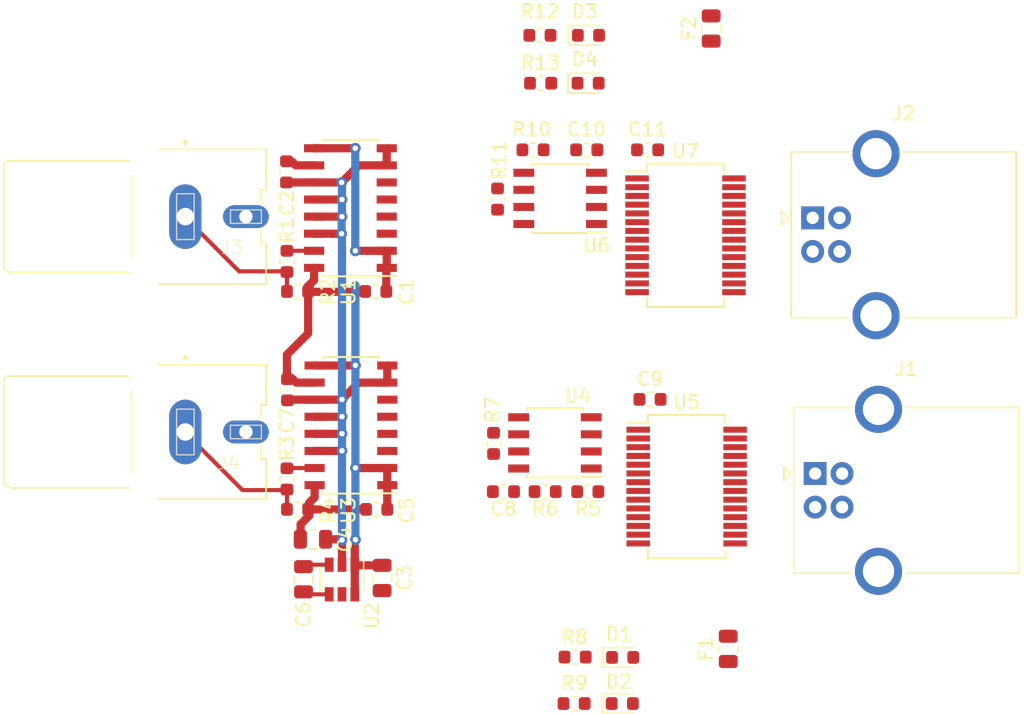
<source format=kicad_pcb>
(kicad_pcb (version 20171130) (host pcbnew "(5.0.1)-3")

  (general
    (thickness 1.6)
    (drawings 0)
    (tracks 122)
    (zones 0)
    (modules 41)
    (nets 71)
  )

  (page A4)
  (layers
    (0 F.Cu signal)
    (31 B.Cu signal)
    (32 B.Adhes user hide)
    (33 F.Adhes user hide)
    (34 B.Paste user hide)
    (35 F.Paste user hide)
    (36 B.SilkS user)
    (37 F.SilkS user)
    (38 B.Mask user hide)
    (39 F.Mask user hide)
    (40 Dwgs.User user hide)
    (41 Cmts.User user hide)
    (42 Eco1.User user hide)
    (43 Eco2.User user hide)
    (44 Edge.Cuts user)
    (45 Margin user hide)
    (46 B.CrtYd user hide)
    (47 F.CrtYd user hide)
    (48 B.Fab user hide)
    (49 F.Fab user hide)
  )

  (setup
    (last_trace_width 0.6096)
    (user_trace_width 0.3048)
    (user_trace_width 0.6096)
    (user_trace_width 1.27)
    (trace_clearance 0.2)
    (zone_clearance 0.508)
    (zone_45_only no)
    (trace_min 0.2)
    (segment_width 0.2)
    (edge_width 0.15)
    (via_size 0.8)
    (via_drill 0.4)
    (via_min_size 0.4)
    (via_min_drill 0.3)
    (uvia_size 0.3)
    (uvia_drill 0.1)
    (uvias_allowed no)
    (uvia_min_size 0.2)
    (uvia_min_drill 0.1)
    (pcb_text_width 0.3)
    (pcb_text_size 1.5 1.5)
    (mod_edge_width 0.15)
    (mod_text_size 1 1)
    (mod_text_width 0.15)
    (pad_size 1.524 1.524)
    (pad_drill 0.762)
    (pad_to_mask_clearance 0.051)
    (solder_mask_min_width 0.25)
    (aux_axis_origin 0 0)
    (visible_elements 7FFFFFFF)
    (pcbplotparams
      (layerselection 0x010fc_ffffffff)
      (usegerberextensions false)
      (usegerberattributes false)
      (usegerberadvancedattributes false)
      (creategerberjobfile false)
      (excludeedgelayer true)
      (linewidth 0.100000)
      (plotframeref false)
      (viasonmask false)
      (mode 1)
      (useauxorigin false)
      (hpglpennumber 1)
      (hpglpenspeed 20)
      (hpglpendiameter 15.000000)
      (psnegative false)
      (psa4output false)
      (plotreference true)
      (plotvalue true)
      (plotinvisibletext false)
      (padsonsilk false)
      (subtractmaskfromsilk false)
      (outputformat 1)
      (mirror false)
      (drillshape 1)
      (scaleselection 1)
      (outputdirectory ""))
  )

  (net 0 "")
  (net 1 "Net-(D2-Pad1)")
  (net 2 "Net-(R9-Pad2)")
  (net 3 GND)
  (net 4 CAM2_OUT)
  (net 5 "Net-(D3-Pad1)")
  (net 6 "Net-(R12-Pad2)")
  (net 7 CANL)
  (net 8 CANH)
  (net 9 "Net-(R10-Pad1)")
  (net 10 +5V)
  (net 11 "Net-(R8-Pad2)")
  (net 12 "Net-(D1-Pad1)")
  (net 13 RS485_B)
  (net 14 RS485_A)
  (net 15 "Net-(R6-Pad2)")
  (net 16 "Net-(R5-Pad1)")
  (net 17 "Net-(R3-Pad1)")
  (net 18 CAM1_OUT)
  (net 19 "Net-(R1-Pad1)")
  (net 20 "Net-(D4-Pad1)")
  (net 21 "Net-(R13-Pad2)")
  (net 22 -5V)
  (net 23 "Net-(C6-Pad2)")
  (net 24 "Net-(C6-Pad1)")
  (net 25 RXD)
  (net 26 "Net-(U7-Pad2)")
  (net 27 "Net-(U7-Pad3)")
  (net 28 TXD)
  (net 29 "Net-(U7-Pad6)")
  (net 30 "Net-(U7-Pad9)")
  (net 31 "Net-(U7-Pad10)")
  (net 32 "Net-(U7-Pad11)")
  (net 33 "Net-(U7-Pad12)")
  (net 34 "Net-(U7-Pad13)")
  (net 35 "Net-(U7-Pad14)")
  (net 36 "Net-(J2-Pad3)")
  (net 37 "Net-(J2-Pad2)")
  (net 38 "Net-(U7-Pad17)")
  (net 39 "Net-(U7-Pad19)")
  (net 40 "Net-(U7-Pad26)")
  (net 41 "Net-(U7-Pad27)")
  (net 42 "Net-(U7-Pad28)")
  (net 43 "Net-(U5-Pad28)")
  (net 44 "Net-(U5-Pad27)")
  (net 45 "Net-(U5-Pad26)")
  (net 46 "Net-(U5-Pad19)")
  (net 47 "Net-(U5-Pad17)")
  (net 48 "Net-(J1-Pad2)")
  (net 49 "Net-(J1-Pad3)")
  (net 50 "Net-(U5-Pad14)")
  (net 51 "Net-(U5-Pad13)")
  (net 52 "Net-(U5-Pad12)")
  (net 53 "Net-(U5-Pad11)")
  (net 54 "Net-(U5-Pad10)")
  (net 55 "Net-(U5-Pad9)")
  (net 56 "Net-(U5-Pad6)")
  (net 57 D)
  (net 58 "Net-(U5-Pad3)")
  (net 59 "Net-(U5-Pad2)")
  (net 60 R)
  (net 61 CAM2-)
  (net 62 "Net-(U3-Pad4)")
  (net 63 "Net-(U3-Pad5)")
  (net 64 CAM2+)
  (net 65 CAM1+)
  (net 66 "Net-(U1-Pad5)")
  (net 67 "Net-(U1-Pad4)")
  (net 68 CAM1-)
  (net 69 "Net-(F2-Pad1)")
  (net 70 "Net-(F1-Pad1)")

  (net_class Default "This is the default net class."
    (clearance 0.2)
    (trace_width 0.25)
    (via_dia 0.8)
    (via_drill 0.4)
    (uvia_dia 0.3)
    (uvia_drill 0.1)
    (add_net +5V)
    (add_net -5V)
    (add_net CAM1+)
    (add_net CAM1-)
    (add_net CAM1_OUT)
    (add_net CAM2+)
    (add_net CAM2-)
    (add_net CAM2_OUT)
    (add_net CANH)
    (add_net CANL)
    (add_net D)
    (add_net GND)
    (add_net "Net-(C6-Pad1)")
    (add_net "Net-(C6-Pad2)")
    (add_net "Net-(D1-Pad1)")
    (add_net "Net-(D2-Pad1)")
    (add_net "Net-(D3-Pad1)")
    (add_net "Net-(D4-Pad1)")
    (add_net "Net-(F1-Pad1)")
    (add_net "Net-(F2-Pad1)")
    (add_net "Net-(J1-Pad2)")
    (add_net "Net-(J1-Pad3)")
    (add_net "Net-(J2-Pad2)")
    (add_net "Net-(J2-Pad3)")
    (add_net "Net-(R1-Pad1)")
    (add_net "Net-(R10-Pad1)")
    (add_net "Net-(R12-Pad2)")
    (add_net "Net-(R13-Pad2)")
    (add_net "Net-(R3-Pad1)")
    (add_net "Net-(R5-Pad1)")
    (add_net "Net-(R6-Pad2)")
    (add_net "Net-(R8-Pad2)")
    (add_net "Net-(R9-Pad2)")
    (add_net "Net-(U1-Pad4)")
    (add_net "Net-(U1-Pad5)")
    (add_net "Net-(U3-Pad4)")
    (add_net "Net-(U3-Pad5)")
    (add_net "Net-(U5-Pad10)")
    (add_net "Net-(U5-Pad11)")
    (add_net "Net-(U5-Pad12)")
    (add_net "Net-(U5-Pad13)")
    (add_net "Net-(U5-Pad14)")
    (add_net "Net-(U5-Pad17)")
    (add_net "Net-(U5-Pad19)")
    (add_net "Net-(U5-Pad2)")
    (add_net "Net-(U5-Pad26)")
    (add_net "Net-(U5-Pad27)")
    (add_net "Net-(U5-Pad28)")
    (add_net "Net-(U5-Pad3)")
    (add_net "Net-(U5-Pad6)")
    (add_net "Net-(U5-Pad9)")
    (add_net "Net-(U7-Pad10)")
    (add_net "Net-(U7-Pad11)")
    (add_net "Net-(U7-Pad12)")
    (add_net "Net-(U7-Pad13)")
    (add_net "Net-(U7-Pad14)")
    (add_net "Net-(U7-Pad17)")
    (add_net "Net-(U7-Pad19)")
    (add_net "Net-(U7-Pad2)")
    (add_net "Net-(U7-Pad26)")
    (add_net "Net-(U7-Pad27)")
    (add_net "Net-(U7-Pad28)")
    (add_net "Net-(U7-Pad3)")
    (add_net "Net-(U7-Pad6)")
    (add_net "Net-(U7-Pad9)")
    (add_net R)
    (add_net RS485_A)
    (add_net RS485_B)
    (add_net RXD)
    (add_net TXD)
  )

  (module Fuse:Fuse_0805_2012Metric (layer F.Cu) (tedit 5B36C52C) (tstamp 5BFA83B3)
    (at 76.196729 112.394663 90)
    (descr "Fuse SMD 0805 (2012 Metric), square (rectangular) end terminal, IPC_7351 nominal, (Body size source: https://docs.google.com/spreadsheets/d/1BsfQQcO9C6DZCsRaXUlFlo91Tg2WpOkGARC1WS5S8t0/edit?usp=sharing), generated with kicad-footprint-generator")
    (tags resistor)
    (path /5BE60E00)
    (attr smd)
    (fp_text reference F1 (at 0 -1.65 90) (layer F.SilkS)
      (effects (font (size 1 1) (thickness 0.15)))
    )
    (fp_text value 500mA (at 0 1.65 90) (layer F.Fab)
      (effects (font (size 1 1) (thickness 0.15)))
    )
    (fp_text user %R (at 0 0 90) (layer F.Fab)
      (effects (font (size 0.5 0.5) (thickness 0.08)))
    )
    (fp_line (start 1.68 0.95) (end -1.68 0.95) (layer F.CrtYd) (width 0.05))
    (fp_line (start 1.68 -0.95) (end 1.68 0.95) (layer F.CrtYd) (width 0.05))
    (fp_line (start -1.68 -0.95) (end 1.68 -0.95) (layer F.CrtYd) (width 0.05))
    (fp_line (start -1.68 0.95) (end -1.68 -0.95) (layer F.CrtYd) (width 0.05))
    (fp_line (start -0.258578 0.71) (end 0.258578 0.71) (layer F.SilkS) (width 0.12))
    (fp_line (start -0.258578 -0.71) (end 0.258578 -0.71) (layer F.SilkS) (width 0.12))
    (fp_line (start 1 0.6) (end -1 0.6) (layer F.Fab) (width 0.1))
    (fp_line (start 1 -0.6) (end 1 0.6) (layer F.Fab) (width 0.1))
    (fp_line (start -1 -0.6) (end 1 -0.6) (layer F.Fab) (width 0.1))
    (fp_line (start -1 0.6) (end -1 -0.6) (layer F.Fab) (width 0.1))
    (pad 2 smd roundrect (at 0.9375 0 90) (size 0.975 1.4) (layers F.Cu F.Paste F.Mask) (roundrect_rratio 0.25)
      (net 10 +5V))
    (pad 1 smd roundrect (at -0.9375 0 90) (size 0.975 1.4) (layers F.Cu F.Paste F.Mask) (roundrect_rratio 0.25)
      (net 70 "Net-(F1-Pad1)"))
    (model ${KISYS3DMOD}/Fuse.3dshapes/Fuse_0805_2012Metric.wrl
      (at (xyz 0 0 0))
      (scale (xyz 1 1 1))
      (rotate (xyz 0 0 0))
    )
  )

  (module Fuse:Fuse_0805_2012Metric (layer F.Cu) (tedit 5B36C52C) (tstamp 5BFA6B96)
    (at 74.926729 66.293663 90)
    (descr "Fuse SMD 0805 (2012 Metric), square (rectangular) end terminal, IPC_7351 nominal, (Body size source: https://docs.google.com/spreadsheets/d/1BsfQQcO9C6DZCsRaXUlFlo91Tg2WpOkGARC1WS5S8t0/edit?usp=sharing), generated with kicad-footprint-generator")
    (tags resistor)
    (path /5BE6F420)
    (attr smd)
    (fp_text reference F2 (at 0 -1.65 90) (layer F.SilkS)
      (effects (font (size 1 1) (thickness 0.15)))
    )
    (fp_text value 500mA (at 0 1.65 90) (layer F.Fab)
      (effects (font (size 1 1) (thickness 0.15)))
    )
    (fp_line (start -1 0.6) (end -1 -0.6) (layer F.Fab) (width 0.1))
    (fp_line (start -1 -0.6) (end 1 -0.6) (layer F.Fab) (width 0.1))
    (fp_line (start 1 -0.6) (end 1 0.6) (layer F.Fab) (width 0.1))
    (fp_line (start 1 0.6) (end -1 0.6) (layer F.Fab) (width 0.1))
    (fp_line (start -0.258578 -0.71) (end 0.258578 -0.71) (layer F.SilkS) (width 0.12))
    (fp_line (start -0.258578 0.71) (end 0.258578 0.71) (layer F.SilkS) (width 0.12))
    (fp_line (start -1.68 0.95) (end -1.68 -0.95) (layer F.CrtYd) (width 0.05))
    (fp_line (start -1.68 -0.95) (end 1.68 -0.95) (layer F.CrtYd) (width 0.05))
    (fp_line (start 1.68 -0.95) (end 1.68 0.95) (layer F.CrtYd) (width 0.05))
    (fp_line (start 1.68 0.95) (end -1.68 0.95) (layer F.CrtYd) (width 0.05))
    (fp_text user %R (at 0 0 90) (layer F.Fab)
      (effects (font (size 0.5 0.5) (thickness 0.08)))
    )
    (pad 1 smd roundrect (at -0.9375 0 90) (size 0.975 1.4) (layers F.Cu F.Paste F.Mask) (roundrect_rratio 0.25)
      (net 69 "Net-(F2-Pad1)"))
    (pad 2 smd roundrect (at 0.9375 0 90) (size 0.975 1.4) (layers F.Cu F.Paste F.Mask) (roundrect_rratio 0.25)
      (net 10 +5V))
    (model ${KISYS3DMOD}/Fuse.3dshapes/Fuse_0805_2012Metric.wrl
      (at (xyz 0 0 0))
      (scale (xyz 1 1 1))
      (rotate (xyz 0 0 0))
    )
  )

  (module RCJ-044:CUI_RCJ-044 (layer F.Cu) (tedit 5BDF5596) (tstamp 5BFA37FC)
    (at 31.852647 96.276951 180)
    (path /5BDFBE49)
    (fp_text reference J4 (at -7.23 -2.286 180) (layer F.SilkS)
      (effects (font (size 1.00672 1.00672) (thickness 0.05)))
    )
    (fp_text value CAM2_OUT (at -6.096 4.064 180) (layer F.SilkS) hide
      (effects (font (size 1.0058 1.0058) (thickness 0.05)))
    )
    (fp_line (start -9.6 2) (end -9.6 1) (layer F.SilkS) (width 0.127))
    (fp_line (start 9.11 4.15) (end 0 4.15) (layer Dwgs.User) (width 0.127))
    (fp_arc (start 9.11 3.76) (end 9.11 4.15) (angle -90) (layer Dwgs.User) (width 0.127))
    (fp_line (start 9.5 -3.56) (end 9.5 3.76) (layer Dwgs.User) (width 0.127))
    (fp_arc (start 8.91 -3.56) (end 9.5 -3.56) (angle -90) (layer Dwgs.User) (width 0.127))
    (fp_line (start 0 -4.15) (end 8.91 -4.15) (layer Dwgs.User) (width 0.127))
    (fp_line (start 9.11 4.15) (end 0.25 4.15) (layer F.SilkS) (width 0.127))
    (fp_arc (start 9.11 3.76) (end 9.11 4.15) (angle -90) (layer F.SilkS) (width 0.127))
    (fp_line (start 9.5 -3.54) (end 9.5 3.76) (layer F.SilkS) (width 0.127))
    (fp_arc (start 8.89 -3.54) (end 9.5 -3.54) (angle -90) (layer F.SilkS) (width 0.127))
    (fp_line (start 0.25 -4.15) (end 8.89 -4.15) (layer F.SilkS) (width 0.127))
    (fp_line (start -9.59 0) (end 9.5 0) (layer Dwgs.User) (width 0.05))
    (fp_circle (center -3.99 3.1) (end -3.89 3.1) (layer Dwgs.User) (width 0.2))
    (fp_line (start -3.35 1.7) (end -4.65 1.7) (layer Edge.Cuts) (width 0))
    (fp_line (start -3.35 -1.7) (end -3.35 1.7) (layer Edge.Cuts) (width 0))
    (fp_line (start -4.65 -1.7) (end -3.35 -1.7) (layer Edge.Cuts) (width 0))
    (fp_line (start -4.65 1.7) (end -4.65 -1.7) (layer Edge.Cuts) (width 0))
    (fp_line (start -9.65 0.5) (end -9.65 -0.5) (layer Edge.Cuts) (width 0))
    (fp_line (start -7.35 0.5) (end -9.65 0.5) (layer Edge.Cuts) (width 0))
    (fp_line (start -7.35 -0.5) (end -7.35 0.5) (layer Edge.Cuts) (width 0))
    (fp_line (start -9.65 -0.5) (end -7.35 -0.5) (layer Edge.Cuts) (width 0))
    (fp_circle (center -3.99 5.513) (end -3.89 5.513) (layer F.SilkS) (width 0.2))
    (fp_line (start -10.45 -5.25) (end -10.45 5.25) (layer Eco1.User) (width 0.05))
    (fp_line (start -1.95 -5.25) (end -10.45 -5.25) (layer Eco1.User) (width 0.05))
    (fp_line (start -1.95 -5.4) (end -1.95 -5.25) (layer Eco1.User) (width 0.05))
    (fp_line (start 0.25 -5.4) (end -1.95 -5.4) (layer Eco1.User) (width 0.05))
    (fp_line (start 0.25 -4.4) (end 0.25 -5.4) (layer Eco1.User) (width 0.05))
    (fp_line (start 9.75 -4.4) (end 0.25 -4.4) (layer Eco1.User) (width 0.05))
    (fp_line (start 9.75 4.4) (end 9.75 -4.4) (layer Eco1.User) (width 0.05))
    (fp_line (start 0.25 4.4) (end 9.75 4.4) (layer Eco1.User) (width 0.05))
    (fp_line (start 0.25 5.4) (end 0.25 4.4) (layer Eco1.User) (width 0.05))
    (fp_line (start -1.95 5.4) (end 0.25 5.4) (layer Eco1.User) (width 0.05))
    (fp_line (start -1.95 5.25) (end -1.95 5.4) (layer Eco1.User) (width 0.05))
    (fp_line (start -10.45 5.25) (end -1.95 5.25) (layer Eco1.User) (width 0.05))
    (fp_line (start -9.6 -1) (end -9.6 -2) (layer F.SilkS) (width 0.127))
    (fp_line (start -10 -5) (end -2 -5) (layer F.SilkS) (width 0.127))
    (fp_line (start -10 -2) (end -10 -5) (layer F.SilkS) (width 0.127))
    (fp_line (start -9.6 -2) (end -10 -2) (layer F.SilkS) (width 0.127))
    (fp_line (start -10 2) (end -9.6 2) (layer F.SilkS) (width 0.127))
    (fp_line (start -10 5) (end -10 2) (layer F.SilkS) (width 0.127))
    (fp_line (start 0 3) (end 0 -3) (layer F.SilkS) (width 0.127))
    (fp_line (start -10 5) (end -2 5) (layer F.SilkS) (width 0.127))
    (fp_line (start 0 3.35) (end -1.7 3.35) (layer Edge.Cuts) (width 0.0001))
    (fp_line (start 0 5.15) (end 0 3.35) (layer Edge.Cuts) (width 0.0001))
    (fp_line (start -1.7 5.15) (end 0 5.15) (layer Edge.Cuts) (width 0.0001))
    (fp_line (start -1.7 3.35) (end -1.7 5.15) (layer Edge.Cuts) (width 0.0001))
    (fp_line (start 0 -5.15) (end -1.7 -5.15) (layer Edge.Cuts) (width 0.0001))
    (fp_line (start 0 -3.35) (end 0 -5.15) (layer Edge.Cuts) (width 0.0001))
    (fp_line (start -1.7 -3.35) (end 0 -3.35) (layer Edge.Cuts) (width 0.0001))
    (fp_line (start -1.7 -5.15) (end -1.7 -3.35) (layer Edge.Cuts) (width 0.0001))
    (fp_line (start -10 -2) (end -10 -5) (layer Dwgs.User) (width 0.127))
    (fp_line (start -9.6 -2) (end -10 -2) (layer Dwgs.User) (width 0.127))
    (fp_line (start -9.6 2) (end -9.6 -2) (layer Dwgs.User) (width 0.127))
    (fp_line (start -10 2) (end -9.6 2) (layer Dwgs.User) (width 0.127))
    (fp_line (start -10 5) (end -10 2) (layer Dwgs.User) (width 0.127))
    (fp_line (start 0 5) (end -10 5) (layer Dwgs.User) (width 0.127))
    (fp_line (start 0 4.15) (end 0 5) (layer Dwgs.User) (width 0.127))
    (fp_line (start 0 -4.15) (end 0 4.15) (layer Dwgs.User) (width 0.127))
    (fp_line (start 0 -5) (end 0 -4.15) (layer Dwgs.User) (width 0.127))
    (fp_line (start -10 -5) (end 0 -5) (layer Dwgs.User) (width 0.127))
    (pad 2 thru_hole oval (at -8.5 0) (size 3.4 1.7) (drill 1) (layers *.Cu *.Mask)
      (net 3 GND))
    (pad 1 thru_hole oval (at -4 0 270) (size 4.8 2.4) (drill 1.3) (layers *.Cu *.Mask)
      (net 4 CAM2_OUT))
  )

  (module RCJ-044:CUI_RCJ-044 (layer F.Cu) (tedit 5BDF55A2) (tstamp 5BFA2907)
    (at 31.852647 80.274951 180)
    (path /5BDFBB75)
    (fp_text reference J3 (at -7.44672 -2.286 180) (layer F.SilkS)
      (effects (font (size 1.00672 1.00672) (thickness 0.05)))
    )
    (fp_text value CAM1_OUT (at -6.032 4.064 180) (layer F.SilkS) hide
      (effects (font (size 1.0058 1.0058) (thickness 0.05)))
    )
    (fp_line (start -9.6 2) (end -9.6 1) (layer F.SilkS) (width 0.127))
    (fp_line (start 9.11 4.15) (end 0 4.15) (layer Dwgs.User) (width 0.127))
    (fp_arc (start 9.11 3.76) (end 9.11 4.15) (angle -90) (layer Dwgs.User) (width 0.127))
    (fp_line (start 9.5 -3.56) (end 9.5 3.76) (layer Dwgs.User) (width 0.127))
    (fp_arc (start 8.91 -3.56) (end 9.5 -3.56) (angle -90) (layer Dwgs.User) (width 0.127))
    (fp_line (start 0 -4.15) (end 8.91 -4.15) (layer Dwgs.User) (width 0.127))
    (fp_line (start 9.11 4.15) (end 0.25 4.15) (layer F.SilkS) (width 0.127))
    (fp_arc (start 9.11 3.76) (end 9.11 4.15) (angle -90) (layer F.SilkS) (width 0.127))
    (fp_line (start 9.5 -3.54) (end 9.5 3.76) (layer F.SilkS) (width 0.127))
    (fp_arc (start 8.89 -3.54) (end 9.5 -3.54) (angle -90) (layer F.SilkS) (width 0.127))
    (fp_line (start 0.25 -4.15) (end 8.89 -4.15) (layer F.SilkS) (width 0.127))
    (fp_line (start -9.59 0) (end 9.5 0) (layer Dwgs.User) (width 0.05))
    (fp_circle (center -3.99 3.1) (end -3.89 3.1) (layer Dwgs.User) (width 0.2))
    (fp_line (start -3.35 1.7) (end -4.65 1.7) (layer Edge.Cuts) (width 0))
    (fp_line (start -3.35 -1.7) (end -3.35 1.7) (layer Edge.Cuts) (width 0))
    (fp_line (start -4.65 -1.7) (end -3.35 -1.7) (layer Edge.Cuts) (width 0))
    (fp_line (start -4.65 1.7) (end -4.65 -1.7) (layer Edge.Cuts) (width 0))
    (fp_line (start -9.65 0.5) (end -9.65 -0.5) (layer Edge.Cuts) (width 0))
    (fp_line (start -7.35 0.5) (end -9.65 0.5) (layer Edge.Cuts) (width 0))
    (fp_line (start -7.35 -0.5) (end -7.35 0.5) (layer Edge.Cuts) (width 0))
    (fp_line (start -9.65 -0.5) (end -7.35 -0.5) (layer Edge.Cuts) (width 0))
    (fp_circle (center -3.99 5.513) (end -3.89 5.513) (layer F.SilkS) (width 0.2))
    (fp_line (start -10.45 -5.25) (end -10.45 5.25) (layer Eco1.User) (width 0.05))
    (fp_line (start -1.95 -5.25) (end -10.45 -5.25) (layer Eco1.User) (width 0.05))
    (fp_line (start -1.95 -5.4) (end -1.95 -5.25) (layer Eco1.User) (width 0.05))
    (fp_line (start 0.25 -5.4) (end -1.95 -5.4) (layer Eco1.User) (width 0.05))
    (fp_line (start 0.25 -4.4) (end 0.25 -5.4) (layer Eco1.User) (width 0.05))
    (fp_line (start 9.75 -4.4) (end 0.25 -4.4) (layer Eco1.User) (width 0.05))
    (fp_line (start 9.75 4.4) (end 9.75 -4.4) (layer Eco1.User) (width 0.05))
    (fp_line (start 0.25 4.4) (end 9.75 4.4) (layer Eco1.User) (width 0.05))
    (fp_line (start 0.25 5.4) (end 0.25 4.4) (layer Eco1.User) (width 0.05))
    (fp_line (start -1.95 5.4) (end 0.25 5.4) (layer Eco1.User) (width 0.05))
    (fp_line (start -1.95 5.25) (end -1.95 5.4) (layer Eco1.User) (width 0.05))
    (fp_line (start -10.45 5.25) (end -1.95 5.25) (layer Eco1.User) (width 0.05))
    (fp_line (start -9.6 -1) (end -9.6 -2) (layer F.SilkS) (width 0.127))
    (fp_line (start -10 -5) (end -2 -5) (layer F.SilkS) (width 0.127))
    (fp_line (start -10 -2) (end -10 -5) (layer F.SilkS) (width 0.127))
    (fp_line (start -9.6 -2) (end -10 -2) (layer F.SilkS) (width 0.127))
    (fp_line (start -10 2) (end -9.6 2) (layer F.SilkS) (width 0.127))
    (fp_line (start -10 5) (end -10 2) (layer F.SilkS) (width 0.127))
    (fp_line (start 0 3) (end 0 -3) (layer F.SilkS) (width 0.127))
    (fp_line (start -10 5) (end -2 5) (layer F.SilkS) (width 0.127))
    (fp_line (start 0 3.35) (end -1.7 3.35) (layer Edge.Cuts) (width 0.0001))
    (fp_line (start 0 5.15) (end 0 3.35) (layer Edge.Cuts) (width 0.0001))
    (fp_line (start -1.7 5.15) (end 0 5.15) (layer Edge.Cuts) (width 0.0001))
    (fp_line (start -1.7 3.35) (end -1.7 5.15) (layer Edge.Cuts) (width 0.0001))
    (fp_line (start 0 -5.15) (end -1.7 -5.15) (layer Edge.Cuts) (width 0.0001))
    (fp_line (start 0 -3.35) (end 0 -5.15) (layer Edge.Cuts) (width 0.0001))
    (fp_line (start -1.7 -3.35) (end 0 -3.35) (layer Edge.Cuts) (width 0.0001))
    (fp_line (start -1.7 -5.15) (end -1.7 -3.35) (layer Edge.Cuts) (width 0.0001))
    (fp_line (start -10 -2) (end -10 -5) (layer Dwgs.User) (width 0.127))
    (fp_line (start -9.6 -2) (end -10 -2) (layer Dwgs.User) (width 0.127))
    (fp_line (start -9.6 2) (end -9.6 -2) (layer Dwgs.User) (width 0.127))
    (fp_line (start -10 2) (end -9.6 2) (layer Dwgs.User) (width 0.127))
    (fp_line (start -10 5) (end -10 2) (layer Dwgs.User) (width 0.127))
    (fp_line (start 0 5) (end -10 5) (layer Dwgs.User) (width 0.127))
    (fp_line (start 0 4.15) (end 0 5) (layer Dwgs.User) (width 0.127))
    (fp_line (start 0 -4.15) (end 0 4.15) (layer Dwgs.User) (width 0.127))
    (fp_line (start 0 -5) (end 0 -4.15) (layer Dwgs.User) (width 0.127))
    (fp_line (start -10 -5) (end 0 -5) (layer Dwgs.User) (width 0.127))
    (pad 2 thru_hole oval (at -8.5 0) (size 3.4 1.7) (drill 1) (layers *.Cu *.Mask)
      (net 3 GND))
    (pad 1 thru_hole oval (at -4 0 270) (size 4.8 2.4) (drill 1.3) (layers *.Cu *.Mask)
      (net 18 CAM1_OUT))
  )

  (module Capacitor_SMD:C_0603_1608Metric (layer F.Cu) (tedit 5B301BBE) (tstamp 5BFA714E)
    (at 70.202229 75.310663 180)
    (descr "Capacitor SMD 0603 (1608 Metric), square (rectangular) end terminal, IPC_7351 nominal, (Body size source: http://www.tortai-tech.com/upload/download/2011102023233369053.pdf), generated with kicad-footprint-generator")
    (tags capacitor)
    (path /5BE0A1F7)
    (attr smd)
    (fp_text reference C11 (at 0 1.524 180) (layer F.SilkS)
      (effects (font (size 1 1) (thickness 0.15)))
    )
    (fp_text value 0.1uF (at 0 1.43 180) (layer F.Fab)
      (effects (font (size 1 1) (thickness 0.15)))
    )
    (fp_text user %R (at 0 0 180) (layer F.Fab)
      (effects (font (size 0.4 0.4) (thickness 0.06)))
    )
    (fp_line (start 1.48 0.73) (end -1.48 0.73) (layer F.CrtYd) (width 0.05))
    (fp_line (start 1.48 -0.73) (end 1.48 0.73) (layer F.CrtYd) (width 0.05))
    (fp_line (start -1.48 -0.73) (end 1.48 -0.73) (layer F.CrtYd) (width 0.05))
    (fp_line (start -1.48 0.73) (end -1.48 -0.73) (layer F.CrtYd) (width 0.05))
    (fp_line (start -0.162779 0.51) (end 0.162779 0.51) (layer F.SilkS) (width 0.12))
    (fp_line (start -0.162779 -0.51) (end 0.162779 -0.51) (layer F.SilkS) (width 0.12))
    (fp_line (start 0.8 0.4) (end -0.8 0.4) (layer F.Fab) (width 0.1))
    (fp_line (start 0.8 -0.4) (end 0.8 0.4) (layer F.Fab) (width 0.1))
    (fp_line (start -0.8 -0.4) (end 0.8 -0.4) (layer F.Fab) (width 0.1))
    (fp_line (start -0.8 0.4) (end -0.8 -0.4) (layer F.Fab) (width 0.1))
    (pad 2 smd roundrect (at 0.7875 0 180) (size 0.875 0.95) (layers F.Cu F.Paste F.Mask) (roundrect_rratio 0.25)
      (net 3 GND))
    (pad 1 smd roundrect (at -0.7875 0 180) (size 0.875 0.95) (layers F.Cu F.Paste F.Mask) (roundrect_rratio 0.25)
      (net 10 +5V))
    (model ${KISYS3DMOD}/Capacitor_SMD.3dshapes/C_0603_1608Metric.wrl
      (at (xyz 0 0 0))
      (scale (xyz 1 1 1))
      (rotate (xyz 0 0 0))
    )
  )

  (module Capacitor_SMD:C_0603_1608Metric (layer F.Cu) (tedit 5B301BBE) (tstamp 5BFA6F6E)
    (at 65.681229 75.310663)
    (descr "Capacitor SMD 0603 (1608 Metric), square (rectangular) end terminal, IPC_7351 nominal, (Body size source: http://www.tortai-tech.com/upload/download/2011102023233369053.pdf), generated with kicad-footprint-generator")
    (tags capacitor)
    (path /5BE0EB4D)
    (attr smd)
    (fp_text reference C10 (at -0.0255 -1.524) (layer F.SilkS)
      (effects (font (size 1 1) (thickness 0.15)))
    )
    (fp_text value 0.1uF (at 0 1.43) (layer F.Fab)
      (effects (font (size 1 1) (thickness 0.15)))
    )
    (fp_line (start -0.8 0.4) (end -0.8 -0.4) (layer F.Fab) (width 0.1))
    (fp_line (start -0.8 -0.4) (end 0.8 -0.4) (layer F.Fab) (width 0.1))
    (fp_line (start 0.8 -0.4) (end 0.8 0.4) (layer F.Fab) (width 0.1))
    (fp_line (start 0.8 0.4) (end -0.8 0.4) (layer F.Fab) (width 0.1))
    (fp_line (start -0.162779 -0.51) (end 0.162779 -0.51) (layer F.SilkS) (width 0.12))
    (fp_line (start -0.162779 0.51) (end 0.162779 0.51) (layer F.SilkS) (width 0.12))
    (fp_line (start -1.48 0.73) (end -1.48 -0.73) (layer F.CrtYd) (width 0.05))
    (fp_line (start -1.48 -0.73) (end 1.48 -0.73) (layer F.CrtYd) (width 0.05))
    (fp_line (start 1.48 -0.73) (end 1.48 0.73) (layer F.CrtYd) (width 0.05))
    (fp_line (start 1.48 0.73) (end -1.48 0.73) (layer F.CrtYd) (width 0.05))
    (fp_text user %R (at 0 0) (layer F.Fab)
      (effects (font (size 0.4 0.4) (thickness 0.06)))
    )
    (pad 1 smd roundrect (at -0.7875 0) (size 0.875 0.95) (layers F.Cu F.Paste F.Mask) (roundrect_rratio 0.25)
      (net 10 +5V))
    (pad 2 smd roundrect (at 0.7875 0) (size 0.875 0.95) (layers F.Cu F.Paste F.Mask) (roundrect_rratio 0.25)
      (net 3 GND))
    (model ${KISYS3DMOD}/Capacitor_SMD.3dshapes/C_0603_1608Metric.wrl
      (at (xyz 0 0 0))
      (scale (xyz 1 1 1))
      (rotate (xyz 0 0 0))
    )
  )

  (module Capacitor_SMD:C_0603_1608Metric (layer F.Cu) (tedit 5B301BBE) (tstamp 5BFA70CA)
    (at 70.380229 93.852663)
    (descr "Capacitor SMD 0603 (1608 Metric), square (rectangular) end terminal, IPC_7351 nominal, (Body size source: http://www.tortai-tech.com/upload/download/2011102023233369053.pdf), generated with kicad-footprint-generator")
    (tags capacitor)
    (path /5BE28795)
    (attr smd)
    (fp_text reference C9 (at 0 -1.524) (layer F.SilkS)
      (effects (font (size 1 1) (thickness 0.15)))
    )
    (fp_text value 0.1uF (at 0 1.43) (layer F.Fab)
      (effects (font (size 1 1) (thickness 0.15)))
    )
    (fp_text user %R (at 0 0) (layer F.Fab)
      (effects (font (size 0.4 0.4) (thickness 0.06)))
    )
    (fp_line (start 1.48 0.73) (end -1.48 0.73) (layer F.CrtYd) (width 0.05))
    (fp_line (start 1.48 -0.73) (end 1.48 0.73) (layer F.CrtYd) (width 0.05))
    (fp_line (start -1.48 -0.73) (end 1.48 -0.73) (layer F.CrtYd) (width 0.05))
    (fp_line (start -1.48 0.73) (end -1.48 -0.73) (layer F.CrtYd) (width 0.05))
    (fp_line (start -0.162779 0.51) (end 0.162779 0.51) (layer F.SilkS) (width 0.12))
    (fp_line (start -0.162779 -0.51) (end 0.162779 -0.51) (layer F.SilkS) (width 0.12))
    (fp_line (start 0.8 0.4) (end -0.8 0.4) (layer F.Fab) (width 0.1))
    (fp_line (start 0.8 -0.4) (end 0.8 0.4) (layer F.Fab) (width 0.1))
    (fp_line (start -0.8 -0.4) (end 0.8 -0.4) (layer F.Fab) (width 0.1))
    (fp_line (start -0.8 0.4) (end -0.8 -0.4) (layer F.Fab) (width 0.1))
    (pad 2 smd roundrect (at 0.7875 0) (size 0.875 0.95) (layers F.Cu F.Paste F.Mask) (roundrect_rratio 0.25)
      (net 3 GND))
    (pad 1 smd roundrect (at -0.7875 0) (size 0.875 0.95) (layers F.Cu F.Paste F.Mask) (roundrect_rratio 0.25)
      (net 10 +5V))
    (model ${KISYS3DMOD}/Capacitor_SMD.3dshapes/C_0603_1608Metric.wrl
      (at (xyz 0 0 0))
      (scale (xyz 1 1 1))
      (rotate (xyz 0 0 0))
    )
  )

  (module Capacitor_SMD:C_0603_1608Metric (layer F.Cu) (tedit 5B301BBE) (tstamp 5BFA717E)
    (at 59.491198 100.710663)
    (descr "Capacitor SMD 0603 (1608 Metric), square (rectangular) end terminal, IPC_7351 nominal, (Body size source: http://www.tortai-tech.com/upload/download/2011102023233369053.pdf), generated with kicad-footprint-generator")
    (tags capacitor)
    (path /5BE2B49E)
    (attr smd)
    (fp_text reference C8 (at 0 1.27) (layer F.SilkS)
      (effects (font (size 1 1) (thickness 0.15)))
    )
    (fp_text value 0.1uF (at 0 1.43) (layer F.Fab)
      (effects (font (size 1 1) (thickness 0.15)))
    )
    (fp_line (start -0.8 0.4) (end -0.8 -0.4) (layer F.Fab) (width 0.1))
    (fp_line (start -0.8 -0.4) (end 0.8 -0.4) (layer F.Fab) (width 0.1))
    (fp_line (start 0.8 -0.4) (end 0.8 0.4) (layer F.Fab) (width 0.1))
    (fp_line (start 0.8 0.4) (end -0.8 0.4) (layer F.Fab) (width 0.1))
    (fp_line (start -0.162779 -0.51) (end 0.162779 -0.51) (layer F.SilkS) (width 0.12))
    (fp_line (start -0.162779 0.51) (end 0.162779 0.51) (layer F.SilkS) (width 0.12))
    (fp_line (start -1.48 0.73) (end -1.48 -0.73) (layer F.CrtYd) (width 0.05))
    (fp_line (start -1.48 -0.73) (end 1.48 -0.73) (layer F.CrtYd) (width 0.05))
    (fp_line (start 1.48 -0.73) (end 1.48 0.73) (layer F.CrtYd) (width 0.05))
    (fp_line (start 1.48 0.73) (end -1.48 0.73) (layer F.CrtYd) (width 0.05))
    (fp_text user %R (at 0 0) (layer F.Fab)
      (effects (font (size 0.4 0.4) (thickness 0.06)))
    )
    (pad 1 smd roundrect (at -0.7875 0) (size 0.875 0.95) (layers F.Cu F.Paste F.Mask) (roundrect_rratio 0.25)
      (net 3 GND))
    (pad 2 smd roundrect (at 0.7875 0) (size 0.875 0.95) (layers F.Cu F.Paste F.Mask) (roundrect_rratio 0.25)
      (net 10 +5V))
    (model ${KISYS3DMOD}/Capacitor_SMD.3dshapes/C_0603_1608Metric.wrl
      (at (xyz 0 0 0))
      (scale (xyz 1 1 1))
      (rotate (xyz 0 0 0))
    )
  )

  (module Capacitor_SMD:C_0603_1608Metric (layer F.Cu) (tedit 5B301BBE) (tstamp 5BEB96DC)
    (at 43.439607 93.140585 90)
    (descr "Capacitor SMD 0603 (1608 Metric), square (rectangular) end terminal, IPC_7351 nominal, (Body size source: http://www.tortai-tech.com/upload/download/2011102023233369053.pdf), generated with kicad-footprint-generator")
    (tags capacitor)
    (path /5BDE5766)
    (attr smd)
    (fp_text reference C7 (at -2.286 -0.03896 270) (layer F.SilkS)
      (effects (font (size 1 1) (thickness 0.15)))
    )
    (fp_text value 0.1uF (at 0 1.43 90) (layer F.Fab)
      (effects (font (size 1 1) (thickness 0.15)))
    )
    (fp_text user %R (at 0 0 90) (layer F.Fab)
      (effects (font (size 0.4 0.4) (thickness 0.06)))
    )
    (fp_line (start 1.48 0.73) (end -1.48 0.73) (layer F.CrtYd) (width 0.05))
    (fp_line (start 1.48 -0.73) (end 1.48 0.73) (layer F.CrtYd) (width 0.05))
    (fp_line (start -1.48 -0.73) (end 1.48 -0.73) (layer F.CrtYd) (width 0.05))
    (fp_line (start -1.48 0.73) (end -1.48 -0.73) (layer F.CrtYd) (width 0.05))
    (fp_line (start -0.162779 0.51) (end 0.162779 0.51) (layer F.SilkS) (width 0.12))
    (fp_line (start -0.162779 -0.51) (end 0.162779 -0.51) (layer F.SilkS) (width 0.12))
    (fp_line (start 0.8 0.4) (end -0.8 0.4) (layer F.Fab) (width 0.1))
    (fp_line (start 0.8 -0.4) (end 0.8 0.4) (layer F.Fab) (width 0.1))
    (fp_line (start -0.8 -0.4) (end 0.8 -0.4) (layer F.Fab) (width 0.1))
    (fp_line (start -0.8 0.4) (end -0.8 -0.4) (layer F.Fab) (width 0.1))
    (pad 2 smd roundrect (at 0.7875 0 90) (size 0.875 0.95) (layers F.Cu F.Paste F.Mask) (roundrect_rratio 0.25)
      (net 3 GND))
    (pad 1 smd roundrect (at -0.7875 0 90) (size 0.875 0.95) (layers F.Cu F.Paste F.Mask) (roundrect_rratio 0.25)
      (net 22 -5V))
    (model ${KISYS3DMOD}/Capacitor_SMD.3dshapes/C_0603_1608Metric.wrl
      (at (xyz 0 0 0))
      (scale (xyz 1 1 1))
      (rotate (xyz 0 0 0))
    )
  )

  (module Capacitor_SMD:C_0603_1608Metric (layer F.Cu) (tedit 5B301BBE) (tstamp 5BEBCC60)
    (at 50.069107 102.030585 180)
    (descr "Capacitor SMD 0603 (1608 Metric), square (rectangular) end terminal, IPC_7351 nominal, (Body size source: http://www.tortai-tech.com/upload/download/2011102023233369053.pdf), generated with kicad-footprint-generator")
    (tags capacitor)
    (path /5BDE5773)
    (attr smd)
    (fp_text reference C5 (at -2.22154 -0.088366 270) (layer F.SilkS)
      (effects (font (size 1 1) (thickness 0.15)))
    )
    (fp_text value 0.1uF (at 0 1.43 180) (layer F.Fab)
      (effects (font (size 1 1) (thickness 0.15)))
    )
    (fp_line (start -0.8 0.4) (end -0.8 -0.4) (layer F.Fab) (width 0.1))
    (fp_line (start -0.8 -0.4) (end 0.8 -0.4) (layer F.Fab) (width 0.1))
    (fp_line (start 0.8 -0.4) (end 0.8 0.4) (layer F.Fab) (width 0.1))
    (fp_line (start 0.8 0.4) (end -0.8 0.4) (layer F.Fab) (width 0.1))
    (fp_line (start -0.162779 -0.51) (end 0.162779 -0.51) (layer F.SilkS) (width 0.12))
    (fp_line (start -0.162779 0.51) (end 0.162779 0.51) (layer F.SilkS) (width 0.12))
    (fp_line (start -1.48 0.73) (end -1.48 -0.73) (layer F.CrtYd) (width 0.05))
    (fp_line (start -1.48 -0.73) (end 1.48 -0.73) (layer F.CrtYd) (width 0.05))
    (fp_line (start 1.48 -0.73) (end 1.48 0.73) (layer F.CrtYd) (width 0.05))
    (fp_line (start 1.48 0.73) (end -1.48 0.73) (layer F.CrtYd) (width 0.05))
    (fp_text user %R (at 0 0 180) (layer F.Fab)
      (effects (font (size 0.4 0.4) (thickness 0.06)))
    )
    (pad 1 smd roundrect (at -0.7875 0 180) (size 0.875 0.95) (layers F.Cu F.Paste F.Mask) (roundrect_rratio 0.25)
      (net 10 +5V))
    (pad 2 smd roundrect (at 0.7875 0 180) (size 0.875 0.95) (layers F.Cu F.Paste F.Mask) (roundrect_rratio 0.25)
      (net 3 GND))
    (model ${KISYS3DMOD}/Capacitor_SMD.3dshapes/C_0603_1608Metric.wrl
      (at (xyz 0 0 0))
      (scale (xyz 1 1 1))
      (rotate (xyz 0 0 0))
    )
  )

  (module Capacitor_SMD:C_0603_1608Metric (layer F.Cu) (tedit 5B301BBE) (tstamp 5BFA3D78)
    (at 43.368305 76.945507 90)
    (descr "Capacitor SMD 0603 (1608 Metric), square (rectangular) end terminal, IPC_7351 nominal, (Body size source: http://www.tortai-tech.com/upload/download/2011102023233369053.pdf), generated with kicad-footprint-generator")
    (tags capacitor)
    (path /5BE73D23)
    (attr smd)
    (fp_text reference C2 (at -2.313444 0.032342 270) (layer F.SilkS)
      (effects (font (size 1 1) (thickness 0.15)))
    )
    (fp_text value 0.1uF (at 0 1.43 90) (layer F.Fab)
      (effects (font (size 1 1) (thickness 0.15)))
    )
    (fp_line (start -0.8 0.4) (end -0.8 -0.4) (layer F.Fab) (width 0.1))
    (fp_line (start -0.8 -0.4) (end 0.8 -0.4) (layer F.Fab) (width 0.1))
    (fp_line (start 0.8 -0.4) (end 0.8 0.4) (layer F.Fab) (width 0.1))
    (fp_line (start 0.8 0.4) (end -0.8 0.4) (layer F.Fab) (width 0.1))
    (fp_line (start -0.162779 -0.51) (end 0.162779 -0.51) (layer F.SilkS) (width 0.12))
    (fp_line (start -0.162779 0.51) (end 0.162779 0.51) (layer F.SilkS) (width 0.12))
    (fp_line (start -1.48 0.73) (end -1.48 -0.73) (layer F.CrtYd) (width 0.05))
    (fp_line (start -1.48 -0.73) (end 1.48 -0.73) (layer F.CrtYd) (width 0.05))
    (fp_line (start 1.48 -0.73) (end 1.48 0.73) (layer F.CrtYd) (width 0.05))
    (fp_line (start 1.48 0.73) (end -1.48 0.73) (layer F.CrtYd) (width 0.05))
    (fp_text user %R (at 0 0 90) (layer F.Fab)
      (effects (font (size 0.4 0.4) (thickness 0.06)))
    )
    (pad 1 smd roundrect (at -0.7875 0 90) (size 0.875 0.95) (layers F.Cu F.Paste F.Mask) (roundrect_rratio 0.25)
      (net 22 -5V))
    (pad 2 smd roundrect (at 0.7875 0 90) (size 0.875 0.95) (layers F.Cu F.Paste F.Mask) (roundrect_rratio 0.25)
      (net 3 GND))
    (model ${KISYS3DMOD}/Capacitor_SMD.3dshapes/C_0603_1608Metric.wrl
      (at (xyz 0 0 0))
      (scale (xyz 1 1 1))
      (rotate (xyz 0 0 0))
    )
  )

  (module Capacitor_SMD:C_0603_1608Metric (layer F.Cu) (tedit 5B301BBE) (tstamp 5BFA53EA)
    (at 49.997805 85.835507 180)
    (descr "Capacitor SMD 0603 (1608 Metric), square (rectangular) end terminal, IPC_7351 nominal, (Body size source: http://www.tortai-tech.com/upload/download/2011102023233369053.pdf), generated with kicad-footprint-generator")
    (tags capacitor)
    (path /5BE79D2E)
    (attr smd)
    (fp_text reference C1 (at -2.292842 -0.027444 270) (layer F.SilkS)
      (effects (font (size 1 1) (thickness 0.15)))
    )
    (fp_text value 0.1uF (at 0 1.43 180) (layer F.Fab)
      (effects (font (size 1 1) (thickness 0.15)))
    )
    (fp_text user %R (at 0 0 180) (layer F.Fab)
      (effects (font (size 0.4 0.4) (thickness 0.06)))
    )
    (fp_line (start 1.48 0.73) (end -1.48 0.73) (layer F.CrtYd) (width 0.05))
    (fp_line (start 1.48 -0.73) (end 1.48 0.73) (layer F.CrtYd) (width 0.05))
    (fp_line (start -1.48 -0.73) (end 1.48 -0.73) (layer F.CrtYd) (width 0.05))
    (fp_line (start -1.48 0.73) (end -1.48 -0.73) (layer F.CrtYd) (width 0.05))
    (fp_line (start -0.162779 0.51) (end 0.162779 0.51) (layer F.SilkS) (width 0.12))
    (fp_line (start -0.162779 -0.51) (end 0.162779 -0.51) (layer F.SilkS) (width 0.12))
    (fp_line (start 0.8 0.4) (end -0.8 0.4) (layer F.Fab) (width 0.1))
    (fp_line (start 0.8 -0.4) (end 0.8 0.4) (layer F.Fab) (width 0.1))
    (fp_line (start -0.8 -0.4) (end 0.8 -0.4) (layer F.Fab) (width 0.1))
    (fp_line (start -0.8 0.4) (end -0.8 -0.4) (layer F.Fab) (width 0.1))
    (pad 2 smd roundrect (at 0.7875 0 180) (size 0.875 0.95) (layers F.Cu F.Paste F.Mask) (roundrect_rratio 0.25)
      (net 3 GND))
    (pad 1 smd roundrect (at -0.7875 0 180) (size 0.875 0.95) (layers F.Cu F.Paste F.Mask) (roundrect_rratio 0.25)
      (net 10 +5V))
    (model ${KISYS3DMOD}/Capacitor_SMD.3dshapes/C_0603_1608Metric.wrl
      (at (xyz 0 0 0))
      (scale (xyz 1 1 1))
      (rotate (xyz 0 0 0))
    )
  )

  (module Capacitor_SMD:C_0805_2012Metric (layer F.Cu) (tedit 5B36C52B) (tstamp 5BFA3A3B)
    (at 45.337369 104.252749 180)
    (descr "Capacitor SMD 0805 (2012 Metric), square (rectangular) end terminal, IPC_7351 nominal, (Body size source: https://docs.google.com/spreadsheets/d/1BsfQQcO9C6DZCsRaXUlFlo91Tg2WpOkGARC1WS5S8t0/edit?usp=sharing), generated with kicad-footprint-generator")
    (tags capacitor)
    (path /5BE1A41C)
    (attr smd)
    (fp_text reference C4 (at -2.3645 0 270) (layer F.SilkS)
      (effects (font (size 1 1) (thickness 0.15)))
    )
    (fp_text value 10uF (at 0 1.65 180) (layer F.Fab)
      (effects (font (size 1 1) (thickness 0.15)))
    )
    (fp_line (start -1 0.6) (end -1 -0.6) (layer F.Fab) (width 0.1))
    (fp_line (start -1 -0.6) (end 1 -0.6) (layer F.Fab) (width 0.1))
    (fp_line (start 1 -0.6) (end 1 0.6) (layer F.Fab) (width 0.1))
    (fp_line (start 1 0.6) (end -1 0.6) (layer F.Fab) (width 0.1))
    (fp_line (start -0.258578 -0.71) (end 0.258578 -0.71) (layer F.SilkS) (width 0.12))
    (fp_line (start -0.258578 0.71) (end 0.258578 0.71) (layer F.SilkS) (width 0.12))
    (fp_line (start -1.68 0.95) (end -1.68 -0.95) (layer F.CrtYd) (width 0.05))
    (fp_line (start -1.68 -0.95) (end 1.68 -0.95) (layer F.CrtYd) (width 0.05))
    (fp_line (start 1.68 -0.95) (end 1.68 0.95) (layer F.CrtYd) (width 0.05))
    (fp_line (start 1.68 0.95) (end -1.68 0.95) (layer F.CrtYd) (width 0.05))
    (fp_text user %R (at 0 0 180) (layer F.Fab)
      (effects (font (size 0.5 0.5) (thickness 0.08)))
    )
    (pad 1 smd roundrect (at -0.9375 0 180) (size 0.975 1.4) (layers F.Cu F.Paste F.Mask) (roundrect_rratio 0.25)
      (net 22 -5V))
    (pad 2 smd roundrect (at 0.9375 0 180) (size 0.975 1.4) (layers F.Cu F.Paste F.Mask) (roundrect_rratio 0.25)
      (net 3 GND))
    (model ${KISYS3DMOD}/Capacitor_SMD.3dshapes/C_0805_2012Metric.wrl
      (at (xyz 0 0 0))
      (scale (xyz 1 1 1))
      (rotate (xyz 0 0 0))
    )
  )

  (module Capacitor_SMD:C_0805_2012Metric (layer F.Cu) (tedit 5B36C52B) (tstamp 5BFA3A0B)
    (at 50.474419 107.125249 270)
    (descr "Capacitor SMD 0805 (2012 Metric), square (rectangular) end terminal, IPC_7351 nominal, (Body size source: https://docs.google.com/spreadsheets/d/1BsfQQcO9C6DZCsRaXUlFlo91Tg2WpOkGARC1WS5S8t0/edit?usp=sharing), generated with kicad-footprint-generator")
    (tags capacitor)
    (path /5BE5102A)
    (attr smd)
    (fp_text reference C3 (at 0 -1.65 270) (layer F.SilkS)
      (effects (font (size 1 1) (thickness 0.15)))
    )
    (fp_text value 10uF (at 0 1.65 270) (layer F.Fab)
      (effects (font (size 1 1) (thickness 0.15)))
    )
    (fp_text user %R (at 0 0 270) (layer F.Fab)
      (effects (font (size 0.5 0.5) (thickness 0.08)))
    )
    (fp_line (start 1.68 0.95) (end -1.68 0.95) (layer F.CrtYd) (width 0.05))
    (fp_line (start 1.68 -0.95) (end 1.68 0.95) (layer F.CrtYd) (width 0.05))
    (fp_line (start -1.68 -0.95) (end 1.68 -0.95) (layer F.CrtYd) (width 0.05))
    (fp_line (start -1.68 0.95) (end -1.68 -0.95) (layer F.CrtYd) (width 0.05))
    (fp_line (start -0.258578 0.71) (end 0.258578 0.71) (layer F.SilkS) (width 0.12))
    (fp_line (start -0.258578 -0.71) (end 0.258578 -0.71) (layer F.SilkS) (width 0.12))
    (fp_line (start 1 0.6) (end -1 0.6) (layer F.Fab) (width 0.1))
    (fp_line (start 1 -0.6) (end 1 0.6) (layer F.Fab) (width 0.1))
    (fp_line (start -1 -0.6) (end 1 -0.6) (layer F.Fab) (width 0.1))
    (fp_line (start -1 0.6) (end -1 -0.6) (layer F.Fab) (width 0.1))
    (pad 2 smd roundrect (at 0.9375 0 270) (size 0.975 1.4) (layers F.Cu F.Paste F.Mask) (roundrect_rratio 0.25)
      (net 3 GND))
    (pad 1 smd roundrect (at -0.9375 0 270) (size 0.975 1.4) (layers F.Cu F.Paste F.Mask) (roundrect_rratio 0.25)
      (net 10 +5V))
    (model ${KISYS3DMOD}/Capacitor_SMD.3dshapes/C_0805_2012Metric.wrl
      (at (xyz 0 0 0))
      (scale (xyz 1 1 1))
      (rotate (xyz 0 0 0))
    )
  )

  (module Capacitor_SMD:C_0805_2012Metric (layer F.Cu) (tedit 5B36C52B) (tstamp 5BFA39DB)
    (at 44.632419 107.222249 90)
    (descr "Capacitor SMD 0805 (2012 Metric), square (rectangular) end terminal, IPC_7351 nominal, (Body size source: https://docs.google.com/spreadsheets/d/1BsfQQcO9C6DZCsRaXUlFlo91Tg2WpOkGARC1WS5S8t0/edit?usp=sharing), generated with kicad-footprint-generator")
    (tags capacitor)
    (path /5BE1A7CB)
    (attr smd)
    (fp_text reference C6 (at -2.6185 0 90) (layer F.SilkS)
      (effects (font (size 1 1) (thickness 0.15)))
    )
    (fp_text value 1uF (at 0 1.65 90) (layer F.Fab)
      (effects (font (size 1 1) (thickness 0.15)))
    )
    (fp_line (start -1 0.6) (end -1 -0.6) (layer F.Fab) (width 0.1))
    (fp_line (start -1 -0.6) (end 1 -0.6) (layer F.Fab) (width 0.1))
    (fp_line (start 1 -0.6) (end 1 0.6) (layer F.Fab) (width 0.1))
    (fp_line (start 1 0.6) (end -1 0.6) (layer F.Fab) (width 0.1))
    (fp_line (start -0.258578 -0.71) (end 0.258578 -0.71) (layer F.SilkS) (width 0.12))
    (fp_line (start -0.258578 0.71) (end 0.258578 0.71) (layer F.SilkS) (width 0.12))
    (fp_line (start -1.68 0.95) (end -1.68 -0.95) (layer F.CrtYd) (width 0.05))
    (fp_line (start -1.68 -0.95) (end 1.68 -0.95) (layer F.CrtYd) (width 0.05))
    (fp_line (start 1.68 -0.95) (end 1.68 0.95) (layer F.CrtYd) (width 0.05))
    (fp_line (start 1.68 0.95) (end -1.68 0.95) (layer F.CrtYd) (width 0.05))
    (fp_text user %R (at 0 0 90) (layer F.Fab)
      (effects (font (size 0.5 0.5) (thickness 0.08)))
    )
    (pad 1 smd roundrect (at -0.9375 0 90) (size 0.975 1.4) (layers F.Cu F.Paste F.Mask) (roundrect_rratio 0.25)
      (net 24 "Net-(C6-Pad1)"))
    (pad 2 smd roundrect (at 0.9375 0 90) (size 0.975 1.4) (layers F.Cu F.Paste F.Mask) (roundrect_rratio 0.25)
      (net 23 "Net-(C6-Pad2)"))
    (model ${KISYS3DMOD}/Capacitor_SMD.3dshapes/C_0805_2012Metric.wrl
      (at (xyz 0 0 0))
      (scale (xyz 1 1 1))
      (rotate (xyz 0 0 0))
    )
  )

  (module Connector_USB:USB_B_OST_USB-B1HSxx_Horizontal (layer F.Cu) (tedit 5AFE01FF) (tstamp 5BFA7106)
    (at 82.470529 80.365263)
    (descr "USB B receptacle, Horizontal, through-hole, http://www.on-shore.com/wp-content/uploads/2015/09/usb-b1hsxx.pdf")
    (tags "USB-B receptacle horizontal through-hole")
    (path /5BB15529)
    (fp_text reference J2 (at 6.76 -7.77) (layer F.SilkS)
      (effects (font (size 1 1) (thickness 0.15)))
    )
    (fp_text value USB_B (at 6.76 10.27) (layer F.Fab)
      (effects (font (size 1 1) (thickness 0.15)))
    )
    (fp_text user %R (at 6.76 1.25) (layer F.Fab)
      (effects (font (size 1 1) (thickness 0.15)))
    )
    (fp_line (start 15.51 -7.02) (end -1.99 -7.02) (layer F.CrtYd) (width 0.05))
    (fp_line (start 15.51 9.52) (end 15.51 -7.02) (layer F.CrtYd) (width 0.05))
    (fp_line (start -1.99 9.52) (end 15.51 9.52) (layer F.CrtYd) (width 0.05))
    (fp_line (start -1.99 -7.02) (end -1.99 9.52) (layer F.CrtYd) (width 0.05))
    (fp_line (start -2.32 0.5) (end -1.82 0) (layer F.SilkS) (width 0.12))
    (fp_line (start -2.32 -0.5) (end -2.32 0.5) (layer F.SilkS) (width 0.12))
    (fp_line (start -1.82 0) (end -2.32 -0.5) (layer F.SilkS) (width 0.12))
    (fp_line (start 15.12 7.41) (end 6.76 7.41) (layer F.SilkS) (width 0.12))
    (fp_line (start 15.12 -4.91) (end 15.12 7.41) (layer F.SilkS) (width 0.12))
    (fp_line (start 6.76 -4.91) (end 15.12 -4.91) (layer F.SilkS) (width 0.12))
    (fp_line (start -1.6 7.41) (end 2.66 7.41) (layer F.SilkS) (width 0.12))
    (fp_line (start -1.6 -4.91) (end -1.6 7.41) (layer F.SilkS) (width 0.12))
    (fp_line (start 2.66 -4.91) (end -1.6 -4.91) (layer F.SilkS) (width 0.12))
    (fp_line (start -1.49 -3.8) (end -0.49 -4.8) (layer F.Fab) (width 0.1))
    (fp_line (start -1.49 7.3) (end -1.49 -3.8) (layer F.Fab) (width 0.1))
    (fp_line (start 15.01 7.3) (end -1.49 7.3) (layer F.Fab) (width 0.1))
    (fp_line (start 15.01 -4.8) (end 15.01 7.3) (layer F.Fab) (width 0.1))
    (fp_line (start -0.49 -4.8) (end 15.01 -4.8) (layer F.Fab) (width 0.1))
    (pad 5 thru_hole circle (at 4.71 7.27) (size 3.5 3.5) (drill 2.33) (layers *.Cu *.Mask)
      (net 3 GND))
    (pad 5 thru_hole circle (at 4.71 -4.77) (size 3.5 3.5) (drill 2.33) (layers *.Cu *.Mask)
      (net 3 GND))
    (pad 4 thru_hole circle (at 2 0) (size 1.7 1.7) (drill 0.92) (layers *.Cu *.Mask)
      (net 3 GND))
    (pad 3 thru_hole circle (at 2 2.5) (size 1.7 1.7) (drill 0.92) (layers *.Cu *.Mask)
      (net 36 "Net-(J2-Pad3)"))
    (pad 2 thru_hole circle (at 0 2.5) (size 1.7 1.7) (drill 0.92) (layers *.Cu *.Mask)
      (net 37 "Net-(J2-Pad2)"))
    (pad 1 thru_hole rect (at 0 0) (size 1.7 1.7) (drill 0.92) (layers *.Cu *.Mask)
      (net 69 "Net-(F2-Pad1)"))
    (model ${KISYS3DMOD}/Connector_USB.3dshapes/USB_B_OST_USB-B1HSxx_Horizontal.wrl
      (at (xyz 0 0 0))
      (scale (xyz 1 1 1))
      (rotate (xyz 0 0 0))
    )
  )

  (module Connector_USB:USB_B_OST_USB-B1HSxx_Horizontal (layer F.Cu) (tedit 5AFE01FF) (tstamp 5BFA7082)
    (at 82.654929 99.364463)
    (descr "USB B receptacle, Horizontal, through-hole, http://www.on-shore.com/wp-content/uploads/2015/09/usb-b1hsxx.pdf")
    (tags "USB-B receptacle horizontal through-hole")
    (path /5BB18C5E)
    (fp_text reference J1 (at 6.76 -7.77) (layer F.SilkS)
      (effects (font (size 1 1) (thickness 0.15)))
    )
    (fp_text value USB_B (at 6.76 10.27) (layer F.Fab)
      (effects (font (size 1 1) (thickness 0.15)))
    )
    (fp_line (start -0.49 -4.8) (end 15.01 -4.8) (layer F.Fab) (width 0.1))
    (fp_line (start 15.01 -4.8) (end 15.01 7.3) (layer F.Fab) (width 0.1))
    (fp_line (start 15.01 7.3) (end -1.49 7.3) (layer F.Fab) (width 0.1))
    (fp_line (start -1.49 7.3) (end -1.49 -3.8) (layer F.Fab) (width 0.1))
    (fp_line (start -1.49 -3.8) (end -0.49 -4.8) (layer F.Fab) (width 0.1))
    (fp_line (start 2.66 -4.91) (end -1.6 -4.91) (layer F.SilkS) (width 0.12))
    (fp_line (start -1.6 -4.91) (end -1.6 7.41) (layer F.SilkS) (width 0.12))
    (fp_line (start -1.6 7.41) (end 2.66 7.41) (layer F.SilkS) (width 0.12))
    (fp_line (start 6.76 -4.91) (end 15.12 -4.91) (layer F.SilkS) (width 0.12))
    (fp_line (start 15.12 -4.91) (end 15.12 7.41) (layer F.SilkS) (width 0.12))
    (fp_line (start 15.12 7.41) (end 6.76 7.41) (layer F.SilkS) (width 0.12))
    (fp_line (start -1.82 0) (end -2.32 -0.5) (layer F.SilkS) (width 0.12))
    (fp_line (start -2.32 -0.5) (end -2.32 0.5) (layer F.SilkS) (width 0.12))
    (fp_line (start -2.32 0.5) (end -1.82 0) (layer F.SilkS) (width 0.12))
    (fp_line (start -1.99 -7.02) (end -1.99 9.52) (layer F.CrtYd) (width 0.05))
    (fp_line (start -1.99 9.52) (end 15.51 9.52) (layer F.CrtYd) (width 0.05))
    (fp_line (start 15.51 9.52) (end 15.51 -7.02) (layer F.CrtYd) (width 0.05))
    (fp_line (start 15.51 -7.02) (end -1.99 -7.02) (layer F.CrtYd) (width 0.05))
    (fp_text user %R (at 6.76 1.25) (layer F.Fab)
      (effects (font (size 1 1) (thickness 0.15)))
    )
    (pad 1 thru_hole rect (at 0 0) (size 1.7 1.7) (drill 0.92) (layers *.Cu *.Mask)
      (net 70 "Net-(F1-Pad1)"))
    (pad 2 thru_hole circle (at 0 2.5) (size 1.7 1.7) (drill 0.92) (layers *.Cu *.Mask)
      (net 48 "Net-(J1-Pad2)"))
    (pad 3 thru_hole circle (at 2 2.5) (size 1.7 1.7) (drill 0.92) (layers *.Cu *.Mask)
      (net 49 "Net-(J1-Pad3)"))
    (pad 4 thru_hole circle (at 2 0) (size 1.7 1.7) (drill 0.92) (layers *.Cu *.Mask)
      (net 3 GND))
    (pad 5 thru_hole circle (at 4.71 -4.77) (size 3.5 3.5) (drill 2.33) (layers *.Cu *.Mask)
      (net 3 GND))
    (pad 5 thru_hole circle (at 4.71 7.27) (size 3.5 3.5) (drill 2.33) (layers *.Cu *.Mask)
      (net 3 GND))
    (model ${KISYS3DMOD}/Connector_USB.3dshapes/USB_B_OST_USB-B1HSxx_Horizontal.wrl
      (at (xyz 0 0 0))
      (scale (xyz 1 1 1))
      (rotate (xyz 0 0 0))
    )
  )

  (module LED_SMD:LED_0603_1608Metric (layer F.Cu) (tedit 5B301BBE) (tstamp 5BFA7042)
    (at 68.348229 113.029663)
    (descr "LED SMD 0603 (1608 Metric), square (rectangular) end terminal, IPC_7351 nominal, (Body size source: http://www.tortai-tech.com/upload/download/2011102023233369053.pdf), generated with kicad-footprint-generator")
    (tags diode)
    (path /5BB19C74)
    (attr smd)
    (fp_text reference D1 (at -0.2795 -1.7018) (layer F.SilkS)
      (effects (font (size 1 1) (thickness 0.15)))
    )
    (fp_text value TX (at 0 1.43) (layer F.Fab)
      (effects (font (size 1 1) (thickness 0.15)))
    )
    (fp_text user %R (at 0 0) (layer F.Fab)
      (effects (font (size 0.4 0.4) (thickness 0.06)))
    )
    (fp_line (start 1.48 0.73) (end -1.48 0.73) (layer F.CrtYd) (width 0.05))
    (fp_line (start 1.48 -0.73) (end 1.48 0.73) (layer F.CrtYd) (width 0.05))
    (fp_line (start -1.48 -0.73) (end 1.48 -0.73) (layer F.CrtYd) (width 0.05))
    (fp_line (start -1.48 0.73) (end -1.48 -0.73) (layer F.CrtYd) (width 0.05))
    (fp_line (start -1.485 0.735) (end 0.8 0.735) (layer F.SilkS) (width 0.12))
    (fp_line (start -1.485 -0.735) (end -1.485 0.735) (layer F.SilkS) (width 0.12))
    (fp_line (start 0.8 -0.735) (end -1.485 -0.735) (layer F.SilkS) (width 0.12))
    (fp_line (start 0.8 0.4) (end 0.8 -0.4) (layer F.Fab) (width 0.1))
    (fp_line (start -0.8 0.4) (end 0.8 0.4) (layer F.Fab) (width 0.1))
    (fp_line (start -0.8 -0.1) (end -0.8 0.4) (layer F.Fab) (width 0.1))
    (fp_line (start -0.5 -0.4) (end -0.8 -0.1) (layer F.Fab) (width 0.1))
    (fp_line (start 0.8 -0.4) (end -0.5 -0.4) (layer F.Fab) (width 0.1))
    (pad 2 smd roundrect (at 0.7875 0) (size 0.875 0.95) (layers F.Cu F.Paste F.Mask) (roundrect_rratio 0.25)
      (net 10 +5V))
    (pad 1 smd roundrect (at -0.7875 0) (size 0.875 0.95) (layers F.Cu F.Paste F.Mask) (roundrect_rratio 0.25)
      (net 12 "Net-(D1-Pad1)"))
    (model ${KISYS3DMOD}/LED_SMD.3dshapes/LED_0603_1608Metric.wrl
      (at (xyz 0 0 0))
      (scale (xyz 1 1 1))
      (rotate (xyz 0 0 0))
    )
  )

  (module LED_SMD:LED_0603_1608Metric (layer F.Cu) (tedit 5B301BBE) (tstamp 5BFA700C)
    (at 68.322729 116.458663)
    (descr "LED SMD 0603 (1608 Metric), square (rectangular) end terminal, IPC_7351 nominal, (Body size source: http://www.tortai-tech.com/upload/download/2011102023233369053.pdf), generated with kicad-footprint-generator")
    (tags diode)
    (path /5BB19C7B)
    (attr smd)
    (fp_text reference D2 (at -0.2541 -1.6256) (layer F.SilkS)
      (effects (font (size 1 1) (thickness 0.15)))
    )
    (fp_text value RX (at 0 1.43) (layer F.Fab)
      (effects (font (size 1 1) (thickness 0.15)))
    )
    (fp_line (start 0.8 -0.4) (end -0.5 -0.4) (layer F.Fab) (width 0.1))
    (fp_line (start -0.5 -0.4) (end -0.8 -0.1) (layer F.Fab) (width 0.1))
    (fp_line (start -0.8 -0.1) (end -0.8 0.4) (layer F.Fab) (width 0.1))
    (fp_line (start -0.8 0.4) (end 0.8 0.4) (layer F.Fab) (width 0.1))
    (fp_line (start 0.8 0.4) (end 0.8 -0.4) (layer F.Fab) (width 0.1))
    (fp_line (start 0.8 -0.735) (end -1.485 -0.735) (layer F.SilkS) (width 0.12))
    (fp_line (start -1.485 -0.735) (end -1.485 0.735) (layer F.SilkS) (width 0.12))
    (fp_line (start -1.485 0.735) (end 0.8 0.735) (layer F.SilkS) (width 0.12))
    (fp_line (start -1.48 0.73) (end -1.48 -0.73) (layer F.CrtYd) (width 0.05))
    (fp_line (start -1.48 -0.73) (end 1.48 -0.73) (layer F.CrtYd) (width 0.05))
    (fp_line (start 1.48 -0.73) (end 1.48 0.73) (layer F.CrtYd) (width 0.05))
    (fp_line (start 1.48 0.73) (end -1.48 0.73) (layer F.CrtYd) (width 0.05))
    (fp_text user %R (at 0 0) (layer F.Fab)
      (effects (font (size 0.4 0.4) (thickness 0.06)))
    )
    (pad 1 smd roundrect (at -0.7875 0) (size 0.875 0.95) (layers F.Cu F.Paste F.Mask) (roundrect_rratio 0.25)
      (net 1 "Net-(D2-Pad1)"))
    (pad 2 smd roundrect (at 0.7875 0) (size 0.875 0.95) (layers F.Cu F.Paste F.Mask) (roundrect_rratio 0.25)
      (net 10 +5V))
    (model ${KISYS3DMOD}/LED_SMD.3dshapes/LED_0603_1608Metric.wrl
      (at (xyz 0 0 0))
      (scale (xyz 1 1 1))
      (rotate (xyz 0 0 0))
    )
  )

  (module LED_SMD:LED_0603_1608Metric (layer F.Cu) (tedit 5B301BBE) (tstamp 5BFA6FD6)
    (at 65.808229 66.801663)
    (descr "LED SMD 0603 (1608 Metric), square (rectangular) end terminal, IPC_7351 nominal, (Body size source: http://www.tortai-tech.com/upload/download/2011102023233369053.pdf), generated with kicad-footprint-generator")
    (tags diode)
    (path /5BB1618A)
    (attr smd)
    (fp_text reference D3 (at -0.2795 -1.778) (layer F.SilkS)
      (effects (font (size 1 1) (thickness 0.15)))
    )
    (fp_text value TX (at 0 1.43) (layer F.Fab)
      (effects (font (size 1 1) (thickness 0.15)))
    )
    (fp_text user %R (at 0 0) (layer F.Fab)
      (effects (font (size 0.4 0.4) (thickness 0.06)))
    )
    (fp_line (start 1.48 0.73) (end -1.48 0.73) (layer F.CrtYd) (width 0.05))
    (fp_line (start 1.48 -0.73) (end 1.48 0.73) (layer F.CrtYd) (width 0.05))
    (fp_line (start -1.48 -0.73) (end 1.48 -0.73) (layer F.CrtYd) (width 0.05))
    (fp_line (start -1.48 0.73) (end -1.48 -0.73) (layer F.CrtYd) (width 0.05))
    (fp_line (start -1.485 0.735) (end 0.8 0.735) (layer F.SilkS) (width 0.12))
    (fp_line (start -1.485 -0.735) (end -1.485 0.735) (layer F.SilkS) (width 0.12))
    (fp_line (start 0.8 -0.735) (end -1.485 -0.735) (layer F.SilkS) (width 0.12))
    (fp_line (start 0.8 0.4) (end 0.8 -0.4) (layer F.Fab) (width 0.1))
    (fp_line (start -0.8 0.4) (end 0.8 0.4) (layer F.Fab) (width 0.1))
    (fp_line (start -0.8 -0.1) (end -0.8 0.4) (layer F.Fab) (width 0.1))
    (fp_line (start -0.5 -0.4) (end -0.8 -0.1) (layer F.Fab) (width 0.1))
    (fp_line (start 0.8 -0.4) (end -0.5 -0.4) (layer F.Fab) (width 0.1))
    (pad 2 smd roundrect (at 0.7875 0) (size 0.875 0.95) (layers F.Cu F.Paste F.Mask) (roundrect_rratio 0.25)
      (net 10 +5V))
    (pad 1 smd roundrect (at -0.7875 0) (size 0.875 0.95) (layers F.Cu F.Paste F.Mask) (roundrect_rratio 0.25)
      (net 5 "Net-(D3-Pad1)"))
    (model ${KISYS3DMOD}/LED_SMD.3dshapes/LED_0603_1608Metric.wrl
      (at (xyz 0 0 0))
      (scale (xyz 1 1 1))
      (rotate (xyz 0 0 0))
    )
  )

  (module LED_SMD:LED_0603_1608Metric (layer F.Cu) (tedit 5B301BBE) (tstamp 5BFA6FA0)
    (at 65.782729 70.357663)
    (descr "LED SMD 0603 (1608 Metric), square (rectangular) end terminal, IPC_7351 nominal, (Body size source: http://www.tortai-tech.com/upload/download/2011102023233369053.pdf), generated with kicad-footprint-generator")
    (tags diode)
    (path /5BB15E62)
    (attr smd)
    (fp_text reference D4 (at -0.254 -1.778) (layer F.SilkS)
      (effects (font (size 1 1) (thickness 0.15)))
    )
    (fp_text value RX (at 0 1.43) (layer F.Fab)
      (effects (font (size 1 1) (thickness 0.15)))
    )
    (fp_line (start 0.8 -0.4) (end -0.5 -0.4) (layer F.Fab) (width 0.1))
    (fp_line (start -0.5 -0.4) (end -0.8 -0.1) (layer F.Fab) (width 0.1))
    (fp_line (start -0.8 -0.1) (end -0.8 0.4) (layer F.Fab) (width 0.1))
    (fp_line (start -0.8 0.4) (end 0.8 0.4) (layer F.Fab) (width 0.1))
    (fp_line (start 0.8 0.4) (end 0.8 -0.4) (layer F.Fab) (width 0.1))
    (fp_line (start 0.8 -0.735) (end -1.485 -0.735) (layer F.SilkS) (width 0.12))
    (fp_line (start -1.485 -0.735) (end -1.485 0.735) (layer F.SilkS) (width 0.12))
    (fp_line (start -1.485 0.735) (end 0.8 0.735) (layer F.SilkS) (width 0.12))
    (fp_line (start -1.48 0.73) (end -1.48 -0.73) (layer F.CrtYd) (width 0.05))
    (fp_line (start -1.48 -0.73) (end 1.48 -0.73) (layer F.CrtYd) (width 0.05))
    (fp_line (start 1.48 -0.73) (end 1.48 0.73) (layer F.CrtYd) (width 0.05))
    (fp_line (start 1.48 0.73) (end -1.48 0.73) (layer F.CrtYd) (width 0.05))
    (fp_text user %R (at 0 0) (layer F.Fab)
      (effects (font (size 0.4 0.4) (thickness 0.06)))
    )
    (pad 1 smd roundrect (at -0.7875 0) (size 0.875 0.95) (layers F.Cu F.Paste F.Mask) (roundrect_rratio 0.25)
      (net 20 "Net-(D4-Pad1)"))
    (pad 2 smd roundrect (at 0.7875 0) (size 0.875 0.95) (layers F.Cu F.Paste F.Mask) (roundrect_rratio 0.25)
      (net 10 +5V))
    (model ${KISYS3DMOD}/LED_SMD.3dshapes/LED_0603_1608Metric.wrl
      (at (xyz 0 0 0))
      (scale (xyz 1 1 1))
      (rotate (xyz 0 0 0))
    )
  )

  (module Package_SO:SOIC-16_3.9x9.9mm_P1.27mm (layer F.Cu) (tedit 5A02F2D3) (tstamp 5BFA3D20)
    (at 48.118105 79.637907 180)
    (descr "16-Lead Plastic Small Outline (SL) - Narrow, 3.90 mm Body [SOIC] (see Microchip Packaging Specification 00000049BS.pdf)")
    (tags "SOIC 1.27")
    (path /5BE55A67)
    (attr smd)
    (fp_text reference U1 (at 0.145458 -6.225044 270) (layer F.SilkS)
      (effects (font (size 1 1) (thickness 0.15)))
    )
    (fp_text value MAX4445 (at 0 6 180) (layer F.Fab)
      (effects (font (size 1 1) (thickness 0.15)))
    )
    (fp_text user %R (at 0 0 180) (layer F.Fab)
      (effects (font (size 0.9 0.9) (thickness 0.135)))
    )
    (fp_line (start -0.95 -4.95) (end 1.95 -4.95) (layer F.Fab) (width 0.15))
    (fp_line (start 1.95 -4.95) (end 1.95 4.95) (layer F.Fab) (width 0.15))
    (fp_line (start 1.95 4.95) (end -1.95 4.95) (layer F.Fab) (width 0.15))
    (fp_line (start -1.95 4.95) (end -1.95 -3.95) (layer F.Fab) (width 0.15))
    (fp_line (start -1.95 -3.95) (end -0.95 -4.95) (layer F.Fab) (width 0.15))
    (fp_line (start -3.7 -5.25) (end -3.7 5.25) (layer F.CrtYd) (width 0.05))
    (fp_line (start 3.7 -5.25) (end 3.7 5.25) (layer F.CrtYd) (width 0.05))
    (fp_line (start -3.7 -5.25) (end 3.7 -5.25) (layer F.CrtYd) (width 0.05))
    (fp_line (start -3.7 5.25) (end 3.7 5.25) (layer F.CrtYd) (width 0.05))
    (fp_line (start -2.075 -5.075) (end -2.075 -5.05) (layer F.SilkS) (width 0.15))
    (fp_line (start 2.075 -5.075) (end 2.075 -4.97) (layer F.SilkS) (width 0.15))
    (fp_line (start 2.075 5.075) (end 2.075 4.97) (layer F.SilkS) (width 0.15))
    (fp_line (start -2.075 5.075) (end -2.075 4.97) (layer F.SilkS) (width 0.15))
    (fp_line (start -2.075 -5.075) (end 2.075 -5.075) (layer F.SilkS) (width 0.15))
    (fp_line (start -2.075 5.075) (end 2.075 5.075) (layer F.SilkS) (width 0.15))
    (fp_line (start -2.075 -5.05) (end -3.45 -5.05) (layer F.SilkS) (width 0.15))
    (pad 1 smd rect (at -2.7 -4.445 180) (size 1.5 0.6) (layers F.Cu F.Paste F.Mask)
      (net 10 +5V))
    (pad 2 smd rect (at -2.7 -3.175 180) (size 1.5 0.6) (layers F.Cu F.Paste F.Mask)
      (net 10 +5V))
    (pad 3 smd rect (at -2.7 -1.905 180) (size 1.5 0.6) (layers F.Cu F.Paste F.Mask)
      (net 68 CAM1-))
    (pad 4 smd rect (at -2.7 -0.635 180) (size 1.5 0.6) (layers F.Cu F.Paste F.Mask)
      (net 67 "Net-(U1-Pad4)"))
    (pad 5 smd rect (at -2.7 0.635 180) (size 1.5 0.6) (layers F.Cu F.Paste F.Mask)
      (net 66 "Net-(U1-Pad5)"))
    (pad 6 smd rect (at -2.7 1.905 180) (size 1.5 0.6) (layers F.Cu F.Paste F.Mask)
      (net 65 CAM1+))
    (pad 7 smd rect (at -2.7 3.175 180) (size 1.5 0.6) (layers F.Cu F.Paste F.Mask)
      (net 22 -5V))
    (pad 8 smd rect (at -2.7 4.445 180) (size 1.5 0.6) (layers F.Cu F.Paste F.Mask)
      (net 22 -5V))
    (pad 9 smd rect (at 2.7 4.445 180) (size 1.5 0.6) (layers F.Cu F.Paste F.Mask)
      (net 10 +5V))
    (pad 10 smd rect (at 2.7 3.175 180) (size 1.5 0.6) (layers F.Cu F.Paste F.Mask)
      (net 3 GND))
    (pad 11 smd rect (at 2.7 1.905 180) (size 1.5 0.6) (layers F.Cu F.Paste F.Mask)
      (net 22 -5V))
    (pad 12 smd rect (at 2.7 0.635 180) (size 1.5 0.6) (layers F.Cu F.Paste F.Mask)
      (net 22 -5V))
    (pad 13 smd rect (at 2.7 -0.635 180) (size 1.5 0.6) (layers F.Cu F.Paste F.Mask)
      (net 22 -5V))
    (pad 14 smd rect (at 2.7 -1.905 180) (size 1.5 0.6) (layers F.Cu F.Paste F.Mask)
      (net 22 -5V))
    (pad 15 smd rect (at 2.7 -3.175 180) (size 1.5 0.6) (layers F.Cu F.Paste F.Mask)
      (net 19 "Net-(R1-Pad1)"))
    (pad 16 smd rect (at 2.7 -4.445 180) (size 1.5 0.6) (layers F.Cu F.Paste F.Mask)
      (net 3 GND))
    (model ${KISYS3DMOD}/Package_SO.3dshapes/SOIC-16_3.9x9.9mm_P1.27mm.wrl
      (at (xyz 0 0 0))
      (scale (xyz 1 1 1))
      (rotate (xyz 0 0 0))
    )
  )

  (module Package_SO:SOIC-16_3.9x9.9mm_P1.27mm (layer F.Cu) (tedit 5A02F2D3) (tstamp 5BEB95BA)
    (at 48.156407 95.782185 180)
    (descr "16-Lead Plastic Small Outline (SL) - Narrow, 3.90 mm Body [SOIC] (see Microchip Packaging Specification 00000049BS.pdf)")
    (tags "SOIC 1.27")
    (path /5BDE5725)
    (attr smd)
    (fp_text reference U3 (at 0.18376 -6.336766 270) (layer F.SilkS)
      (effects (font (size 1 1) (thickness 0.15)))
    )
    (fp_text value MAX4445 (at 0 6 180) (layer F.Fab)
      (effects (font (size 1 1) (thickness 0.15)))
    )
    (fp_text user %R (at 0 0 180) (layer F.Fab)
      (effects (font (size 0.9 0.9) (thickness 0.135)))
    )
    (fp_line (start -0.95 -4.95) (end 1.95 -4.95) (layer F.Fab) (width 0.15))
    (fp_line (start 1.95 -4.95) (end 1.95 4.95) (layer F.Fab) (width 0.15))
    (fp_line (start 1.95 4.95) (end -1.95 4.95) (layer F.Fab) (width 0.15))
    (fp_line (start -1.95 4.95) (end -1.95 -3.95) (layer F.Fab) (width 0.15))
    (fp_line (start -1.95 -3.95) (end -0.95 -4.95) (layer F.Fab) (width 0.15))
    (fp_line (start -3.7 -5.25) (end -3.7 5.25) (layer F.CrtYd) (width 0.05))
    (fp_line (start 3.7 -5.25) (end 3.7 5.25) (layer F.CrtYd) (width 0.05))
    (fp_line (start -3.7 -5.25) (end 3.7 -5.25) (layer F.CrtYd) (width 0.05))
    (fp_line (start -3.7 5.25) (end 3.7 5.25) (layer F.CrtYd) (width 0.05))
    (fp_line (start -2.075 -5.075) (end -2.075 -5.05) (layer F.SilkS) (width 0.15))
    (fp_line (start 2.075 -5.075) (end 2.075 -4.97) (layer F.SilkS) (width 0.15))
    (fp_line (start 2.075 5.075) (end 2.075 4.97) (layer F.SilkS) (width 0.15))
    (fp_line (start -2.075 5.075) (end -2.075 4.97) (layer F.SilkS) (width 0.15))
    (fp_line (start -2.075 -5.075) (end 2.075 -5.075) (layer F.SilkS) (width 0.15))
    (fp_line (start -2.075 5.075) (end 2.075 5.075) (layer F.SilkS) (width 0.15))
    (fp_line (start -2.075 -5.05) (end -3.45 -5.05) (layer F.SilkS) (width 0.15))
    (pad 1 smd rect (at -2.7 -4.445 180) (size 1.5 0.6) (layers F.Cu F.Paste F.Mask)
      (net 10 +5V))
    (pad 2 smd rect (at -2.7 -3.175 180) (size 1.5 0.6) (layers F.Cu F.Paste F.Mask)
      (net 10 +5V))
    (pad 3 smd rect (at -2.7 -1.905 180) (size 1.5 0.6) (layers F.Cu F.Paste F.Mask)
      (net 61 CAM2-))
    (pad 4 smd rect (at -2.7 -0.635 180) (size 1.5 0.6) (layers F.Cu F.Paste F.Mask)
      (net 62 "Net-(U3-Pad4)"))
    (pad 5 smd rect (at -2.7 0.635 180) (size 1.5 0.6) (layers F.Cu F.Paste F.Mask)
      (net 63 "Net-(U3-Pad5)"))
    (pad 6 smd rect (at -2.7 1.905 180) (size 1.5 0.6) (layers F.Cu F.Paste F.Mask)
      (net 64 CAM2+))
    (pad 7 smd rect (at -2.7 3.175 180) (size 1.5 0.6) (layers F.Cu F.Paste F.Mask)
      (net 22 -5V))
    (pad 8 smd rect (at -2.7 4.445 180) (size 1.5 0.6) (layers F.Cu F.Paste F.Mask)
      (net 22 -5V))
    (pad 9 smd rect (at 2.7 4.445 180) (size 1.5 0.6) (layers F.Cu F.Paste F.Mask)
      (net 10 +5V))
    (pad 10 smd rect (at 2.7 3.175 180) (size 1.5 0.6) (layers F.Cu F.Paste F.Mask)
      (net 3 GND))
    (pad 11 smd rect (at 2.7 1.905 180) (size 1.5 0.6) (layers F.Cu F.Paste F.Mask)
      (net 22 -5V))
    (pad 12 smd rect (at 2.7 0.635 180) (size 1.5 0.6) (layers F.Cu F.Paste F.Mask)
      (net 22 -5V))
    (pad 13 smd rect (at 2.7 -0.635 180) (size 1.5 0.6) (layers F.Cu F.Paste F.Mask)
      (net 22 -5V))
    (pad 14 smd rect (at 2.7 -1.905 180) (size 1.5 0.6) (layers F.Cu F.Paste F.Mask)
      (net 22 -5V))
    (pad 15 smd rect (at 2.7 -3.175 180) (size 1.5 0.6) (layers F.Cu F.Paste F.Mask)
      (net 17 "Net-(R3-Pad1)"))
    (pad 16 smd rect (at 2.7 -4.445 180) (size 1.5 0.6) (layers F.Cu F.Paste F.Mask)
      (net 3 GND))
    (model ${KISYS3DMOD}/Package_SO.3dshapes/SOIC-16_3.9x9.9mm_P1.27mm.wrl
      (at (xyz 0 0 0))
      (scale (xyz 1 1 1))
      (rotate (xyz 0 0 0))
    )
  )

  (module Package_SO:SOIC-8_3.9x4.9mm_P1.27mm (layer F.Cu) (tedit 5A02F2D3) (tstamp 5BFA6C86)
    (at 63.316073 97.088277 180)
    (descr "8-Lead Plastic Small Outline (SN) - Narrow, 3.90 mm Body [SOIC] (see Microchip Packaging Specification 00000049BS.pdf)")
    (tags "SOIC 1.27")
    (path /5BB1F9EA)
    (attr smd)
    (fp_text reference U4 (at -1.704656 3.489614 180) (layer F.SilkS)
      (effects (font (size 1 1) (thickness 0.15)))
    )
    (fp_text value THVD1550DR (at 0 3.5 180) (layer F.Fab)
      (effects (font (size 1 1) (thickness 0.15)))
    )
    (fp_line (start -2.075 -2.525) (end -3.475 -2.525) (layer F.SilkS) (width 0.15))
    (fp_line (start -2.075 2.575) (end 2.075 2.575) (layer F.SilkS) (width 0.15))
    (fp_line (start -2.075 -2.575) (end 2.075 -2.575) (layer F.SilkS) (width 0.15))
    (fp_line (start -2.075 2.575) (end -2.075 2.43) (layer F.SilkS) (width 0.15))
    (fp_line (start 2.075 2.575) (end 2.075 2.43) (layer F.SilkS) (width 0.15))
    (fp_line (start 2.075 -2.575) (end 2.075 -2.43) (layer F.SilkS) (width 0.15))
    (fp_line (start -2.075 -2.575) (end -2.075 -2.525) (layer F.SilkS) (width 0.15))
    (fp_line (start -3.73 2.7) (end 3.73 2.7) (layer F.CrtYd) (width 0.05))
    (fp_line (start -3.73 -2.7) (end 3.73 -2.7) (layer F.CrtYd) (width 0.05))
    (fp_line (start 3.73 -2.7) (end 3.73 2.7) (layer F.CrtYd) (width 0.05))
    (fp_line (start -3.73 -2.7) (end -3.73 2.7) (layer F.CrtYd) (width 0.05))
    (fp_line (start -1.95 -1.45) (end -0.95 -2.45) (layer F.Fab) (width 0.1))
    (fp_line (start -1.95 2.45) (end -1.95 -1.45) (layer F.Fab) (width 0.1))
    (fp_line (start 1.95 2.45) (end -1.95 2.45) (layer F.Fab) (width 0.1))
    (fp_line (start 1.95 -2.45) (end 1.95 2.45) (layer F.Fab) (width 0.1))
    (fp_line (start -0.95 -2.45) (end 1.95 -2.45) (layer F.Fab) (width 0.1))
    (fp_text user %R (at 0 0 180) (layer F.Fab)
      (effects (font (size 1 1) (thickness 0.15)))
    )
    (pad 8 smd rect (at 2.7 -1.905 180) (size 1.55 0.6) (layers F.Cu F.Paste F.Mask)
      (net 10 +5V))
    (pad 7 smd rect (at 2.7 -0.635 180) (size 1.55 0.6) (layers F.Cu F.Paste F.Mask)
      (net 13 RS485_B))
    (pad 6 smd rect (at 2.7 0.635 180) (size 1.55 0.6) (layers F.Cu F.Paste F.Mask)
      (net 14 RS485_A))
    (pad 5 smd rect (at 2.7 1.905 180) (size 1.55 0.6) (layers F.Cu F.Paste F.Mask)
      (net 3 GND))
    (pad 4 smd rect (at -2.7 1.905 180) (size 1.55 0.6) (layers F.Cu F.Paste F.Mask)
      (net 57 D))
    (pad 3 smd rect (at -2.7 0.635 180) (size 1.55 0.6) (layers F.Cu F.Paste F.Mask)
      (net 15 "Net-(R6-Pad2)"))
    (pad 2 smd rect (at -2.7 -0.635 180) (size 1.55 0.6) (layers F.Cu F.Paste F.Mask)
      (net 16 "Net-(R5-Pad1)"))
    (pad 1 smd rect (at -2.7 -1.905 180) (size 1.55 0.6) (layers F.Cu F.Paste F.Mask)
      (net 60 R))
    (model ${KISYS3DMOD}/Package_SO.3dshapes/SOIC-8_3.9x4.9mm_P1.27mm.wrl
      (at (xyz 0 0 0))
      (scale (xyz 1 1 1))
      (rotate (xyz 0 0 0))
    )
  )

  (module Package_SO:SOIC-8_3.9x4.9mm_P1.27mm (layer F.Cu) (tedit 5A02F2D3) (tstamp 5BFA6C32)
    (at 63.701542 78.918281 180)
    (descr "8-Lead Plastic Small Outline (SN) - Narrow, 3.90 mm Body [SOIC] (see Microchip Packaging Specification 00000049BS.pdf)")
    (tags "SOIC 1.27")
    (path /5BB15004)
    (attr smd)
    (fp_text reference U6 (at -2.716187 -3.5 180) (layer F.SilkS)
      (effects (font (size 1 1) (thickness 0.15)))
    )
    (fp_text value ATA6560,1 (at 0 3.5 180) (layer F.Fab)
      (effects (font (size 1 1) (thickness 0.15)))
    )
    (fp_text user %R (at 0 0 180) (layer F.Fab)
      (effects (font (size 1 1) (thickness 0.15)))
    )
    (fp_line (start -0.95 -2.45) (end 1.95 -2.45) (layer F.Fab) (width 0.1))
    (fp_line (start 1.95 -2.45) (end 1.95 2.45) (layer F.Fab) (width 0.1))
    (fp_line (start 1.95 2.45) (end -1.95 2.45) (layer F.Fab) (width 0.1))
    (fp_line (start -1.95 2.45) (end -1.95 -1.45) (layer F.Fab) (width 0.1))
    (fp_line (start -1.95 -1.45) (end -0.95 -2.45) (layer F.Fab) (width 0.1))
    (fp_line (start -3.73 -2.7) (end -3.73 2.7) (layer F.CrtYd) (width 0.05))
    (fp_line (start 3.73 -2.7) (end 3.73 2.7) (layer F.CrtYd) (width 0.05))
    (fp_line (start -3.73 -2.7) (end 3.73 -2.7) (layer F.CrtYd) (width 0.05))
    (fp_line (start -3.73 2.7) (end 3.73 2.7) (layer F.CrtYd) (width 0.05))
    (fp_line (start -2.075 -2.575) (end -2.075 -2.525) (layer F.SilkS) (width 0.15))
    (fp_line (start 2.075 -2.575) (end 2.075 -2.43) (layer F.SilkS) (width 0.15))
    (fp_line (start 2.075 2.575) (end 2.075 2.43) (layer F.SilkS) (width 0.15))
    (fp_line (start -2.075 2.575) (end -2.075 2.43) (layer F.SilkS) (width 0.15))
    (fp_line (start -2.075 -2.575) (end 2.075 -2.575) (layer F.SilkS) (width 0.15))
    (fp_line (start -2.075 2.575) (end 2.075 2.575) (layer F.SilkS) (width 0.15))
    (fp_line (start -2.075 -2.525) (end -3.475 -2.525) (layer F.SilkS) (width 0.15))
    (pad 1 smd rect (at -2.7 -1.905 180) (size 1.55 0.6) (layers F.Cu F.Paste F.Mask)
      (net 28 TXD))
    (pad 2 smd rect (at -2.7 -0.635 180) (size 1.55 0.6) (layers F.Cu F.Paste F.Mask)
      (net 3 GND))
    (pad 3 smd rect (at -2.7 0.635 180) (size 1.55 0.6) (layers F.Cu F.Paste F.Mask)
      (net 10 +5V))
    (pad 4 smd rect (at -2.7 1.905 180) (size 1.55 0.6) (layers F.Cu F.Paste F.Mask)
      (net 25 RXD))
    (pad 5 smd rect (at 2.7 1.905 180) (size 1.55 0.6) (layers F.Cu F.Paste F.Mask)
      (net 9 "Net-(R10-Pad1)"))
    (pad 6 smd rect (at 2.7 0.635 180) (size 1.55 0.6) (layers F.Cu F.Paste F.Mask)
      (net 7 CANL))
    (pad 7 smd rect (at 2.7 -0.635 180) (size 1.55 0.6) (layers F.Cu F.Paste F.Mask)
      (net 8 CANH))
    (pad 8 smd rect (at 2.7 -1.905 180) (size 1.55 0.6) (layers F.Cu F.Paste F.Mask)
      (net 3 GND))
    (model ${KISYS3DMOD}/Package_SO.3dshapes/SOIC-8_3.9x4.9mm_P1.27mm.wrl
      (at (xyz 0 0 0))
      (scale (xyz 1 1 1))
      (rotate (xyz 0 0 0))
    )
  )

  (module Package_SO:SSOP-28_5.3x10.2mm_P0.65mm (layer F.Cu) (tedit 5A02F25C) (tstamp 5BFA6EFE)
    (at 73.104729 100.333663)
    (descr "28-Lead Plastic Shrink Small Outline (SS)-5.30 mm Body [SSOP] (see Microchip Packaging Specification 00000049BS.pdf)")
    (tags "SSOP 0.65")
    (path /5BB18C57)
    (attr smd)
    (fp_text reference U5 (at 0 -6.25) (layer F.SilkS)
      (effects (font (size 1 1) (thickness 0.15)))
    )
    (fp_text value FT232RL (at 0 6.25) (layer F.Fab)
      (effects (font (size 1 1) (thickness 0.15)))
    )
    (fp_text user %R (at 0 0) (layer F.Fab)
      (effects (font (size 0.8 0.8) (thickness 0.15)))
    )
    (fp_line (start -2.875 -4.75) (end -4.475 -4.75) (layer F.SilkS) (width 0.15))
    (fp_line (start -2.875 5.325) (end 2.875 5.325) (layer F.SilkS) (width 0.15))
    (fp_line (start -2.875 -5.325) (end 2.875 -5.325) (layer F.SilkS) (width 0.15))
    (fp_line (start -2.875 5.325) (end -2.875 4.675) (layer F.SilkS) (width 0.15))
    (fp_line (start 2.875 5.325) (end 2.875 4.675) (layer F.SilkS) (width 0.15))
    (fp_line (start 2.875 -5.325) (end 2.875 -4.675) (layer F.SilkS) (width 0.15))
    (fp_line (start -2.875 -5.325) (end -2.875 -4.75) (layer F.SilkS) (width 0.15))
    (fp_line (start -4.75 5.5) (end 4.75 5.5) (layer F.CrtYd) (width 0.05))
    (fp_line (start -4.75 -5.5) (end 4.75 -5.5) (layer F.CrtYd) (width 0.05))
    (fp_line (start 4.75 -5.5) (end 4.75 5.5) (layer F.CrtYd) (width 0.05))
    (fp_line (start -4.75 -5.5) (end -4.75 5.5) (layer F.CrtYd) (width 0.05))
    (fp_line (start -2.65 -4.1) (end -1.65 -5.1) (layer F.Fab) (width 0.15))
    (fp_line (start -2.65 5.1) (end -2.65 -4.1) (layer F.Fab) (width 0.15))
    (fp_line (start 2.65 5.1) (end -2.65 5.1) (layer F.Fab) (width 0.15))
    (fp_line (start 2.65 -5.1) (end 2.65 5.1) (layer F.Fab) (width 0.15))
    (fp_line (start -1.65 -5.1) (end 2.65 -5.1) (layer F.Fab) (width 0.15))
    (pad 28 smd rect (at 3.6 -4.225) (size 1.75 0.45) (layers F.Cu F.Paste F.Mask)
      (net 43 "Net-(U5-Pad28)"))
    (pad 27 smd rect (at 3.6 -3.575) (size 1.75 0.45) (layers F.Cu F.Paste F.Mask)
      (net 44 "Net-(U5-Pad27)"))
    (pad 26 smd rect (at 3.6 -2.925) (size 1.75 0.45) (layers F.Cu F.Paste F.Mask)
      (net 45 "Net-(U5-Pad26)"))
    (pad 25 smd rect (at 3.6 -2.275) (size 1.75 0.45) (layers F.Cu F.Paste F.Mask)
      (net 3 GND))
    (pad 24 smd rect (at 3.6 -1.625) (size 1.75 0.45) (layers F.Cu F.Paste F.Mask))
    (pad 23 smd rect (at 3.6 -0.975) (size 1.75 0.45) (layers F.Cu F.Paste F.Mask)
      (net 11 "Net-(R8-Pad2)"))
    (pad 22 smd rect (at 3.6 -0.325) (size 1.75 0.45) (layers F.Cu F.Paste F.Mask)
      (net 2 "Net-(R9-Pad2)"))
    (pad 21 smd rect (at 3.6 0.325) (size 1.75 0.45) (layers F.Cu F.Paste F.Mask)
      (net 3 GND))
    (pad 20 smd rect (at 3.6 0.975) (size 1.75 0.45) (layers F.Cu F.Paste F.Mask)
      (net 10 +5V))
    (pad 19 smd rect (at 3.6 1.625) (size 1.75 0.45) (layers F.Cu F.Paste F.Mask)
      (net 46 "Net-(U5-Pad19)"))
    (pad 18 smd rect (at 3.6 2.275) (size 1.75 0.45) (layers F.Cu F.Paste F.Mask)
      (net 3 GND))
    (pad 17 smd rect (at 3.6 2.925) (size 1.75 0.45) (layers F.Cu F.Paste F.Mask)
      (net 47 "Net-(U5-Pad17)"))
    (pad 16 smd rect (at 3.6 3.575) (size 1.75 0.45) (layers F.Cu F.Paste F.Mask)
      (net 48 "Net-(J1-Pad2)"))
    (pad 15 smd rect (at 3.6 4.225) (size 1.75 0.45) (layers F.Cu F.Paste F.Mask)
      (net 49 "Net-(J1-Pad3)"))
    (pad 14 smd rect (at -3.6 4.225) (size 1.75 0.45) (layers F.Cu F.Paste F.Mask)
      (net 50 "Net-(U5-Pad14)"))
    (pad 13 smd rect (at -3.6 3.575) (size 1.75 0.45) (layers F.Cu F.Paste F.Mask)
      (net 51 "Net-(U5-Pad13)"))
    (pad 12 smd rect (at -3.6 2.925) (size 1.75 0.45) (layers F.Cu F.Paste F.Mask)
      (net 52 "Net-(U5-Pad12)"))
    (pad 11 smd rect (at -3.6 2.275) (size 1.75 0.45) (layers F.Cu F.Paste F.Mask)
      (net 53 "Net-(U5-Pad11)"))
    (pad 10 smd rect (at -3.6 1.625) (size 1.75 0.45) (layers F.Cu F.Paste F.Mask)
      (net 54 "Net-(U5-Pad10)"))
    (pad 9 smd rect (at -3.6 0.975) (size 1.75 0.45) (layers F.Cu F.Paste F.Mask)
      (net 55 "Net-(U5-Pad9)"))
    (pad 8 smd rect (at -3.6 0.325) (size 1.75 0.45) (layers F.Cu F.Paste F.Mask))
    (pad 7 smd rect (at -3.6 -0.325) (size 1.75 0.45) (layers F.Cu F.Paste F.Mask)
      (net 3 GND))
    (pad 6 smd rect (at -3.6 -0.975) (size 1.75 0.45) (layers F.Cu F.Paste F.Mask)
      (net 56 "Net-(U5-Pad6)"))
    (pad 5 smd rect (at -3.6 -1.625) (size 1.75 0.45) (layers F.Cu F.Paste F.Mask)
      (net 57 D))
    (pad 4 smd rect (at -3.6 -2.275) (size 1.75 0.45) (layers F.Cu F.Paste F.Mask)
      (net 10 +5V))
    (pad 3 smd rect (at -3.6 -2.925) (size 1.75 0.45) (layers F.Cu F.Paste F.Mask)
      (net 58 "Net-(U5-Pad3)"))
    (pad 2 smd rect (at -3.6 -3.575) (size 1.75 0.45) (layers F.Cu F.Paste F.Mask)
      (net 59 "Net-(U5-Pad2)"))
    (pad 1 smd rect (at -3.6 -4.225) (size 1.75 0.45) (layers F.Cu F.Paste F.Mask)
      (net 60 R))
    (model ${KISYS3DMOD}/Package_SO.3dshapes/SSOP-28_5.3x10.2mm_P0.65mm.wrl
      (at (xyz 0 0 0))
      (scale (xyz 1 1 1))
      (rotate (xyz 0 0 0))
    )
  )

  (module Package_SO:SSOP-28_5.3x10.2mm_P0.65mm (layer F.Cu) (tedit 5A02F25C) (tstamp 5BFA6E6E)
    (at 73.021729 81.660663)
    (descr "28-Lead Plastic Shrink Small Outline (SS)-5.30 mm Body [SSOP] (see Microchip Packaging Specification 00000049BS.pdf)")
    (tags "SSOP 0.65")
    (path /5BB150DA)
    (attr smd)
    (fp_text reference U7 (at 0 -6.25) (layer F.SilkS)
      (effects (font (size 1 1) (thickness 0.15)))
    )
    (fp_text value FT232RL (at 0 6.25) (layer F.Fab)
      (effects (font (size 1 1) (thickness 0.15)))
    )
    (fp_line (start -1.65 -5.1) (end 2.65 -5.1) (layer F.Fab) (width 0.15))
    (fp_line (start 2.65 -5.1) (end 2.65 5.1) (layer F.Fab) (width 0.15))
    (fp_line (start 2.65 5.1) (end -2.65 5.1) (layer F.Fab) (width 0.15))
    (fp_line (start -2.65 5.1) (end -2.65 -4.1) (layer F.Fab) (width 0.15))
    (fp_line (start -2.65 -4.1) (end -1.65 -5.1) (layer F.Fab) (width 0.15))
    (fp_line (start -4.75 -5.5) (end -4.75 5.5) (layer F.CrtYd) (width 0.05))
    (fp_line (start 4.75 -5.5) (end 4.75 5.5) (layer F.CrtYd) (width 0.05))
    (fp_line (start -4.75 -5.5) (end 4.75 -5.5) (layer F.CrtYd) (width 0.05))
    (fp_line (start -4.75 5.5) (end 4.75 5.5) (layer F.CrtYd) (width 0.05))
    (fp_line (start -2.875 -5.325) (end -2.875 -4.75) (layer F.SilkS) (width 0.15))
    (fp_line (start 2.875 -5.325) (end 2.875 -4.675) (layer F.SilkS) (width 0.15))
    (fp_line (start 2.875 5.325) (end 2.875 4.675) (layer F.SilkS) (width 0.15))
    (fp_line (start -2.875 5.325) (end -2.875 4.675) (layer F.SilkS) (width 0.15))
    (fp_line (start -2.875 -5.325) (end 2.875 -5.325) (layer F.SilkS) (width 0.15))
    (fp_line (start -2.875 5.325) (end 2.875 5.325) (layer F.SilkS) (width 0.15))
    (fp_line (start -2.875 -4.75) (end -4.475 -4.75) (layer F.SilkS) (width 0.15))
    (fp_text user %R (at 0 0) (layer F.Fab)
      (effects (font (size 0.8 0.8) (thickness 0.15)))
    )
    (pad 1 smd rect (at -3.6 -4.225) (size 1.75 0.45) (layers F.Cu F.Paste F.Mask)
      (net 25 RXD))
    (pad 2 smd rect (at -3.6 -3.575) (size 1.75 0.45) (layers F.Cu F.Paste F.Mask)
      (net 26 "Net-(U7-Pad2)"))
    (pad 3 smd rect (at -3.6 -2.925) (size 1.75 0.45) (layers F.Cu F.Paste F.Mask)
      (net 27 "Net-(U7-Pad3)"))
    (pad 4 smd rect (at -3.6 -2.275) (size 1.75 0.45) (layers F.Cu F.Paste F.Mask)
      (net 10 +5V))
    (pad 5 smd rect (at -3.6 -1.625) (size 1.75 0.45) (layers F.Cu F.Paste F.Mask)
      (net 28 TXD))
    (pad 6 smd rect (at -3.6 -0.975) (size 1.75 0.45) (layers F.Cu F.Paste F.Mask)
      (net 29 "Net-(U7-Pad6)"))
    (pad 7 smd rect (at -3.6 -0.325) (size 1.75 0.45) (layers F.Cu F.Paste F.Mask)
      (net 3 GND))
    (pad 8 smd rect (at -3.6 0.325) (size 1.75 0.45) (layers F.Cu F.Paste F.Mask))
    (pad 9 smd rect (at -3.6 0.975) (size 1.75 0.45) (layers F.Cu F.Paste F.Mask)
      (net 30 "Net-(U7-Pad9)"))
    (pad 10 smd rect (at -3.6 1.625) (size 1.75 0.45) (layers F.Cu F.Paste F.Mask)
      (net 31 "Net-(U7-Pad10)"))
    (pad 11 smd rect (at -3.6 2.275) (size 1.75 0.45) (layers F.Cu F.Paste F.Mask)
      (net 32 "Net-(U7-Pad11)"))
    (pad 12 smd rect (at -3.6 2.925) (size 1.75 0.45) (layers F.Cu F.Paste F.Mask)
      (net 33 "Net-(U7-Pad12)"))
    (pad 13 smd rect (at -3.6 3.575) (size 1.75 0.45) (layers F.Cu F.Paste F.Mask)
      (net 34 "Net-(U7-Pad13)"))
    (pad 14 smd rect (at -3.6 4.225) (size 1.75 0.45) (layers F.Cu F.Paste F.Mask)
      (net 35 "Net-(U7-Pad14)"))
    (pad 15 smd rect (at 3.6 4.225) (size 1.75 0.45) (layers F.Cu F.Paste F.Mask)
      (net 36 "Net-(J2-Pad3)"))
    (pad 16 smd rect (at 3.6 3.575) (size 1.75 0.45) (layers F.Cu F.Paste F.Mask)
      (net 37 "Net-(J2-Pad2)"))
    (pad 17 smd rect (at 3.6 2.925) (size 1.75 0.45) (layers F.Cu F.Paste F.Mask)
      (net 38 "Net-(U7-Pad17)"))
    (pad 18 smd rect (at 3.6 2.275) (size 1.75 0.45) (layers F.Cu F.Paste F.Mask)
      (net 3 GND))
    (pad 19 smd rect (at 3.6 1.625) (size 1.75 0.45) (layers F.Cu F.Paste F.Mask)
      (net 39 "Net-(U7-Pad19)"))
    (pad 20 smd rect (at 3.6 0.975) (size 1.75 0.45) (layers F.Cu F.Paste F.Mask)
      (net 10 +5V))
    (pad 21 smd rect (at 3.6 0.325) (size 1.75 0.45) (layers F.Cu F.Paste F.Mask)
      (net 3 GND))
    (pad 22 smd rect (at 3.6 -0.325) (size 1.75 0.45) (layers F.Cu F.Paste F.Mask)
      (net 21 "Net-(R13-Pad2)"))
    (pad 23 smd rect (at 3.6 -0.975) (size 1.75 0.45) (layers F.Cu F.Paste F.Mask)
      (net 6 "Net-(R12-Pad2)"))
    (pad 24 smd rect (at 3.6 -1.625) (size 1.75 0.45) (layers F.Cu F.Paste F.Mask))
    (pad 25 smd rect (at 3.6 -2.275) (size 1.75 0.45) (layers F.Cu F.Paste F.Mask)
      (net 3 GND))
    (pad 26 smd rect (at 3.6 -2.925) (size 1.75 0.45) (layers F.Cu F.Paste F.Mask)
      (net 40 "Net-(U7-Pad26)"))
    (pad 27 smd rect (at 3.6 -3.575) (size 1.75 0.45) (layers F.Cu F.Paste F.Mask)
      (net 41 "Net-(U7-Pad27)"))
    (pad 28 smd rect (at 3.6 -4.225) (size 1.75 0.45) (layers F.Cu F.Paste F.Mask)
      (net 42 "Net-(U7-Pad28)"))
    (model ${KISYS3DMOD}/Package_SO.3dshapes/SSOP-28_5.3x10.2mm_P0.65mm.wrl
      (at (xyz 0 0 0))
      (scale (xyz 1 1 1))
      (rotate (xyz 0 0 0))
    )
  )

  (module Package_TO_SOT_SMD:SOT-23-6 (layer F.Cu) (tedit 5A02FF57) (tstamp 5BFA39A1)
    (at 47.492419 107.242149 270)
    (descr "6-pin SOT-23 package")
    (tags SOT-23-6)
    (path /5BE01CAE)
    (attr smd)
    (fp_text reference U2 (at 2.697118 -2.22 270) (layer F.SilkS)
      (effects (font (size 1 1) (thickness 0.15)))
    )
    (fp_text value LTC1983ES6-5-TRPBF (at 0 2.9 270) (layer F.Fab)
      (effects (font (size 1 1) (thickness 0.15)))
    )
    (fp_text user %R (at 0 0) (layer F.Fab)
      (effects (font (size 0.5 0.5) (thickness 0.075)))
    )
    (fp_line (start -0.9 1.61) (end 0.9 1.61) (layer F.SilkS) (width 0.12))
    (fp_line (start 0.9 -1.61) (end -1.55 -1.61) (layer F.SilkS) (width 0.12))
    (fp_line (start 1.9 -1.8) (end -1.9 -1.8) (layer F.CrtYd) (width 0.05))
    (fp_line (start 1.9 1.8) (end 1.9 -1.8) (layer F.CrtYd) (width 0.05))
    (fp_line (start -1.9 1.8) (end 1.9 1.8) (layer F.CrtYd) (width 0.05))
    (fp_line (start -1.9 -1.8) (end -1.9 1.8) (layer F.CrtYd) (width 0.05))
    (fp_line (start -0.9 -0.9) (end -0.25 -1.55) (layer F.Fab) (width 0.1))
    (fp_line (start 0.9 -1.55) (end -0.25 -1.55) (layer F.Fab) (width 0.1))
    (fp_line (start -0.9 -0.9) (end -0.9 1.55) (layer F.Fab) (width 0.1))
    (fp_line (start 0.9 1.55) (end -0.9 1.55) (layer F.Fab) (width 0.1))
    (fp_line (start 0.9 -1.55) (end 0.9 1.55) (layer F.Fab) (width 0.1))
    (pad 1 smd rect (at -1.1 -0.95 270) (size 1.06 0.65) (layers F.Cu F.Paste F.Mask)
      (net 10 +5V))
    (pad 2 smd rect (at -1.1 0 270) (size 1.06 0.65) (layers F.Cu F.Paste F.Mask)
      (net 22 -5V))
    (pad 3 smd rect (at -1.1 0.95 270) (size 1.06 0.65) (layers F.Cu F.Paste F.Mask)
      (net 23 "Net-(C6-Pad2)"))
    (pad 4 smd rect (at 1.1 0.95 270) (size 1.06 0.65) (layers F.Cu F.Paste F.Mask)
      (net 24 "Net-(C6-Pad1)"))
    (pad 6 smd rect (at 1.1 -0.95 270) (size 1.06 0.65) (layers F.Cu F.Paste F.Mask)
      (net 10 +5V))
    (pad 5 smd rect (at 1.1 0 270) (size 1.06 0.65) (layers F.Cu F.Paste F.Mask)
      (net 3 GND))
    (model ${KISYS3DMOD}/Package_TO_SOT_SMD.3dshapes/SOT-23-6.wrl
      (at (xyz 0 0 0))
      (scale (xyz 1 1 1))
      (rotate (xyz 0 0 0))
    )
  )

  (module Resistor_SMD:R_0603_1608Metric (layer F.Cu) (tedit 5B301BBD) (tstamp 5BFA6CFE)
    (at 62.252229 70.357663 180)
    (descr "Resistor SMD 0603 (1608 Metric), square (rectangular) end terminal, IPC_7351 nominal, (Body size source: http://www.tortai-tech.com/upload/download/2011102023233369053.pdf), generated with kicad-footprint-generator")
    (tags resistor)
    (path /5BDF49F5)
    (attr smd)
    (fp_text reference R13 (at 0 1.524 180) (layer F.SilkS)
      (effects (font (size 1 1) (thickness 0.15)))
    )
    (fp_text value 330 (at 0 1.43 180) (layer F.Fab)
      (effects (font (size 1 1) (thickness 0.15)))
    )
    (fp_line (start -0.8 0.4) (end -0.8 -0.4) (layer F.Fab) (width 0.1))
    (fp_line (start -0.8 -0.4) (end 0.8 -0.4) (layer F.Fab) (width 0.1))
    (fp_line (start 0.8 -0.4) (end 0.8 0.4) (layer F.Fab) (width 0.1))
    (fp_line (start 0.8 0.4) (end -0.8 0.4) (layer F.Fab) (width 0.1))
    (fp_line (start -0.162779 -0.51) (end 0.162779 -0.51) (layer F.SilkS) (width 0.12))
    (fp_line (start -0.162779 0.51) (end 0.162779 0.51) (layer F.SilkS) (width 0.12))
    (fp_line (start -1.48 0.73) (end -1.48 -0.73) (layer F.CrtYd) (width 0.05))
    (fp_line (start -1.48 -0.73) (end 1.48 -0.73) (layer F.CrtYd) (width 0.05))
    (fp_line (start 1.48 -0.73) (end 1.48 0.73) (layer F.CrtYd) (width 0.05))
    (fp_line (start 1.48 0.73) (end -1.48 0.73) (layer F.CrtYd) (width 0.05))
    (fp_text user %R (at 0 0 180) (layer F.Fab)
      (effects (font (size 0.4 0.4) (thickness 0.06)))
    )
    (pad 1 smd roundrect (at -0.7875 0 180) (size 0.875 0.95) (layers F.Cu F.Paste F.Mask) (roundrect_rratio 0.25)
      (net 20 "Net-(D4-Pad1)"))
    (pad 2 smd roundrect (at 0.7875 0 180) (size 0.875 0.95) (layers F.Cu F.Paste F.Mask) (roundrect_rratio 0.25)
      (net 21 "Net-(R13-Pad2)"))
    (model ${KISYS3DMOD}/Resistor_SMD.3dshapes/R_0603_1608Metric.wrl
      (at (xyz 0 0 0))
      (scale (xyz 1 1 1))
      (rotate (xyz 0 0 0))
    )
  )

  (module Resistor_SMD:R_0603_1608Metric (layer F.Cu) (tedit 5B301BBD) (tstamp 5BFA3C7C)
    (at 43.400647 83.602451 270)
    (descr "Resistor SMD 0603 (1608 Metric), square (rectangular) end terminal, IPC_7351 nominal, (Body size source: http://www.tortai-tech.com/upload/download/2011102023233369053.pdf), generated with kicad-footprint-generator")
    (tags resistor)
    (path /5BE70D03)
    (attr smd)
    (fp_text reference R1 (at -2.3115 0 90) (layer F.SilkS)
      (effects (font (size 1 1) (thickness 0.15)))
    )
    (fp_text value 75 (at 0 1.43 270) (layer F.Fab)
      (effects (font (size 1 1) (thickness 0.15)))
    )
    (fp_line (start -0.8 0.4) (end -0.8 -0.4) (layer F.Fab) (width 0.1))
    (fp_line (start -0.8 -0.4) (end 0.8 -0.4) (layer F.Fab) (width 0.1))
    (fp_line (start 0.8 -0.4) (end 0.8 0.4) (layer F.Fab) (width 0.1))
    (fp_line (start 0.8 0.4) (end -0.8 0.4) (layer F.Fab) (width 0.1))
    (fp_line (start -0.162779 -0.51) (end 0.162779 -0.51) (layer F.SilkS) (width 0.12))
    (fp_line (start -0.162779 0.51) (end 0.162779 0.51) (layer F.SilkS) (width 0.12))
    (fp_line (start -1.48 0.73) (end -1.48 -0.73) (layer F.CrtYd) (width 0.05))
    (fp_line (start -1.48 -0.73) (end 1.48 -0.73) (layer F.CrtYd) (width 0.05))
    (fp_line (start 1.48 -0.73) (end 1.48 0.73) (layer F.CrtYd) (width 0.05))
    (fp_line (start 1.48 0.73) (end -1.48 0.73) (layer F.CrtYd) (width 0.05))
    (fp_text user %R (at 0 0 270) (layer F.Fab)
      (effects (font (size 0.4 0.4) (thickness 0.06)))
    )
    (pad 1 smd roundrect (at -0.7875 0 270) (size 0.875 0.95) (layers F.Cu F.Paste F.Mask) (roundrect_rratio 0.25)
      (net 19 "Net-(R1-Pad1)"))
    (pad 2 smd roundrect (at 0.7875 0 270) (size 0.875 0.95) (layers F.Cu F.Paste F.Mask) (roundrect_rratio 0.25)
      (net 18 CAM1_OUT))
    (model ${KISYS3DMOD}/Resistor_SMD.3dshapes/R_0603_1608Metric.wrl
      (at (xyz 0 0 0))
      (scale (xyz 1 1 1))
      (rotate (xyz 0 0 0))
    )
  )

  (module Resistor_SMD:R_0603_1608Metric (layer F.Cu) (tedit 5B301BBD) (tstamp 5BFA3EF3)
    (at 44.188147 85.835507)
    (descr "Resistor SMD 0603 (1608 Metric), square (rectangular) end terminal, IPC_7351 nominal, (Body size source: http://www.tortai-tech.com/upload/download/2011102023233369053.pdf), generated with kicad-footprint-generator")
    (tags resistor)
    (path /5BE80629)
    (attr smd)
    (fp_text reference R2 (at 2.2605 0.02145 90) (layer F.SilkS)
      (effects (font (size 1 1) (thickness 0.15)))
    )
    (fp_text value 75 (at 0 1.43) (layer F.Fab)
      (effects (font (size 1 1) (thickness 0.15)))
    )
    (fp_line (start -0.8 0.4) (end -0.8 -0.4) (layer F.Fab) (width 0.1))
    (fp_line (start -0.8 -0.4) (end 0.8 -0.4) (layer F.Fab) (width 0.1))
    (fp_line (start 0.8 -0.4) (end 0.8 0.4) (layer F.Fab) (width 0.1))
    (fp_line (start 0.8 0.4) (end -0.8 0.4) (layer F.Fab) (width 0.1))
    (fp_line (start -0.162779 -0.51) (end 0.162779 -0.51) (layer F.SilkS) (width 0.12))
    (fp_line (start -0.162779 0.51) (end 0.162779 0.51) (layer F.SilkS) (width 0.12))
    (fp_line (start -1.48 0.73) (end -1.48 -0.73) (layer F.CrtYd) (width 0.05))
    (fp_line (start -1.48 -0.73) (end 1.48 -0.73) (layer F.CrtYd) (width 0.05))
    (fp_line (start 1.48 -0.73) (end 1.48 0.73) (layer F.CrtYd) (width 0.05))
    (fp_line (start 1.48 0.73) (end -1.48 0.73) (layer F.CrtYd) (width 0.05))
    (fp_text user %R (at 0 0) (layer F.Fab)
      (effects (font (size 0.4 0.4) (thickness 0.06)))
    )
    (pad 1 smd roundrect (at -0.7875 0) (size 0.875 0.95) (layers F.Cu F.Paste F.Mask) (roundrect_rratio 0.25)
      (net 18 CAM1_OUT))
    (pad 2 smd roundrect (at 0.7875 0) (size 0.875 0.95) (layers F.Cu F.Paste F.Mask) (roundrect_rratio 0.25)
      (net 3 GND))
    (model ${KISYS3DMOD}/Resistor_SMD.3dshapes/R_0603_1608Metric.wrl
      (at (xyz 0 0 0))
      (scale (xyz 1 1 1))
      (rotate (xyz 0 0 0))
    )
  )

  (module Resistor_SMD:R_0603_1608Metric (layer F.Cu) (tedit 5B301BBD) (tstamp 5BFA5A08)
    (at 43.400647 99.766035 270)
    (descr "Resistor SMD 0603 (1608 Metric), square (rectangular) end terminal, IPC_7351 nominal, (Body size source: http://www.tortai-tech.com/upload/download/2011102023233369053.pdf), generated with kicad-footprint-generator")
    (tags resistor)
    (path /5BDE575E)
    (attr smd)
    (fp_text reference R3 (at -2.286 0 270) (layer F.SilkS)
      (effects (font (size 1 1) (thickness 0.15)))
    )
    (fp_text value 75 (at 0 1.43 270) (layer F.Fab)
      (effects (font (size 1 1) (thickness 0.15)))
    )
    (fp_text user %R (at 0 0 270) (layer F.Fab)
      (effects (font (size 0.4 0.4) (thickness 0.06)))
    )
    (fp_line (start 1.48 0.73) (end -1.48 0.73) (layer F.CrtYd) (width 0.05))
    (fp_line (start 1.48 -0.73) (end 1.48 0.73) (layer F.CrtYd) (width 0.05))
    (fp_line (start -1.48 -0.73) (end 1.48 -0.73) (layer F.CrtYd) (width 0.05))
    (fp_line (start -1.48 0.73) (end -1.48 -0.73) (layer F.CrtYd) (width 0.05))
    (fp_line (start -0.162779 0.51) (end 0.162779 0.51) (layer F.SilkS) (width 0.12))
    (fp_line (start -0.162779 -0.51) (end 0.162779 -0.51) (layer F.SilkS) (width 0.12))
    (fp_line (start 0.8 0.4) (end -0.8 0.4) (layer F.Fab) (width 0.1))
    (fp_line (start 0.8 -0.4) (end 0.8 0.4) (layer F.Fab) (width 0.1))
    (fp_line (start -0.8 -0.4) (end 0.8 -0.4) (layer F.Fab) (width 0.1))
    (fp_line (start -0.8 0.4) (end -0.8 -0.4) (layer F.Fab) (width 0.1))
    (pad 2 smd roundrect (at 0.7875 0 270) (size 0.875 0.95) (layers F.Cu F.Paste F.Mask) (roundrect_rratio 0.25)
      (net 4 CAM2_OUT))
    (pad 1 smd roundrect (at -0.7875 0 270) (size 0.875 0.95) (layers F.Cu F.Paste F.Mask) (roundrect_rratio 0.25)
      (net 17 "Net-(R3-Pad1)"))
    (model ${KISYS3DMOD}/Resistor_SMD.3dshapes/R_0603_1608Metric.wrl
      (at (xyz 0 0 0))
      (scale (xyz 1 1 1))
      (rotate (xyz 0 0 0))
    )
  )

  (module Resistor_SMD:R_0603_1608Metric (layer F.Cu) (tedit 5B301BBD) (tstamp 5BFA6BC6)
    (at 65.757229 100.710663)
    (descr "Resistor SMD 0603 (1608 Metric), square (rectangular) end terminal, IPC_7351 nominal, (Body size source: http://www.tortai-tech.com/upload/download/2011102023233369053.pdf), generated with kicad-footprint-generator")
    (tags resistor)
    (path /5BE28605)
    (attr smd)
    (fp_text reference R5 (at 0.0255 1.27) (layer F.SilkS)
      (effects (font (size 1 1) (thickness 0.15)))
    )
    (fp_text value 10k (at 0 1.43) (layer F.Fab)
      (effects (font (size 1 1) (thickness 0.15)))
    )
    (fp_line (start -0.8 0.4) (end -0.8 -0.4) (layer F.Fab) (width 0.1))
    (fp_line (start -0.8 -0.4) (end 0.8 -0.4) (layer F.Fab) (width 0.1))
    (fp_line (start 0.8 -0.4) (end 0.8 0.4) (layer F.Fab) (width 0.1))
    (fp_line (start 0.8 0.4) (end -0.8 0.4) (layer F.Fab) (width 0.1))
    (fp_line (start -0.162779 -0.51) (end 0.162779 -0.51) (layer F.SilkS) (width 0.12))
    (fp_line (start -0.162779 0.51) (end 0.162779 0.51) (layer F.SilkS) (width 0.12))
    (fp_line (start -1.48 0.73) (end -1.48 -0.73) (layer F.CrtYd) (width 0.05))
    (fp_line (start -1.48 -0.73) (end 1.48 -0.73) (layer F.CrtYd) (width 0.05))
    (fp_line (start 1.48 -0.73) (end 1.48 0.73) (layer F.CrtYd) (width 0.05))
    (fp_line (start 1.48 0.73) (end -1.48 0.73) (layer F.CrtYd) (width 0.05))
    (fp_text user %R (at 0 0) (layer F.Fab)
      (effects (font (size 0.4 0.4) (thickness 0.06)))
    )
    (pad 1 smd roundrect (at -0.7875 0) (size 0.875 0.95) (layers F.Cu F.Paste F.Mask) (roundrect_rratio 0.25)
      (net 16 "Net-(R5-Pad1)"))
    (pad 2 smd roundrect (at 0.7875 0) (size 0.875 0.95) (layers F.Cu F.Paste F.Mask) (roundrect_rratio 0.25)
      (net 3 GND))
    (model ${KISYS3DMOD}/Resistor_SMD.3dshapes/R_0603_1608Metric.wrl
      (at (xyz 0 0 0))
      (scale (xyz 1 1 1))
      (rotate (xyz 0 0 0))
    )
  )

  (module Resistor_SMD:R_0603_1608Metric (layer F.Cu) (tedit 5B301BBD) (tstamp 5BFA6DBE)
    (at 62.590198 100.710663)
    (descr "Resistor SMD 0603 (1608 Metric), square (rectangular) end terminal, IPC_7351 nominal, (Body size source: http://www.tortai-tech.com/upload/download/2011102023233369053.pdf), generated with kicad-footprint-generator")
    (tags resistor)
    (path /5BE26E86)
    (attr smd)
    (fp_text reference R6 (at 0 1.27) (layer F.SilkS)
      (effects (font (size 1 1) (thickness 0.15)))
    )
    (fp_text value 10k (at 0 1.43) (layer F.Fab)
      (effects (font (size 1 1) (thickness 0.15)))
    )
    (fp_text user %R (at 0 0) (layer F.Fab)
      (effects (font (size 0.4 0.4) (thickness 0.06)))
    )
    (fp_line (start 1.48 0.73) (end -1.48 0.73) (layer F.CrtYd) (width 0.05))
    (fp_line (start 1.48 -0.73) (end 1.48 0.73) (layer F.CrtYd) (width 0.05))
    (fp_line (start -1.48 -0.73) (end 1.48 -0.73) (layer F.CrtYd) (width 0.05))
    (fp_line (start -1.48 0.73) (end -1.48 -0.73) (layer F.CrtYd) (width 0.05))
    (fp_line (start -0.162779 0.51) (end 0.162779 0.51) (layer F.SilkS) (width 0.12))
    (fp_line (start -0.162779 -0.51) (end 0.162779 -0.51) (layer F.SilkS) (width 0.12))
    (fp_line (start 0.8 0.4) (end -0.8 0.4) (layer F.Fab) (width 0.1))
    (fp_line (start 0.8 -0.4) (end 0.8 0.4) (layer F.Fab) (width 0.1))
    (fp_line (start -0.8 -0.4) (end 0.8 -0.4) (layer F.Fab) (width 0.1))
    (fp_line (start -0.8 0.4) (end -0.8 -0.4) (layer F.Fab) (width 0.1))
    (pad 2 smd roundrect (at 0.7875 0) (size 0.875 0.95) (layers F.Cu F.Paste F.Mask) (roundrect_rratio 0.25)
      (net 15 "Net-(R6-Pad2)"))
    (pad 1 smd roundrect (at -0.7875 0) (size 0.875 0.95) (layers F.Cu F.Paste F.Mask) (roundrect_rratio 0.25)
      (net 10 +5V))
    (model ${KISYS3DMOD}/Resistor_SMD.3dshapes/R_0603_1608Metric.wrl
      (at (xyz 0 0 0))
      (scale (xyz 1 1 1))
      (rotate (xyz 0 0 0))
    )
  )

  (module Resistor_SMD:R_0603_1608Metric (layer F.Cu) (tedit 5B301BBD) (tstamp 5BFA6D2E)
    (at 58.754698 97.126323 90)
    (descr "Resistor SMD 0603 (1608 Metric), square (rectangular) end terminal, IPC_7351 nominal, (Body size source: http://www.tortai-tech.com/upload/download/2011102023233369053.pdf), generated with kicad-footprint-generator")
    (tags resistor)
    (path /5BE26B9C)
    (attr smd)
    (fp_text reference R7 (at 2.51166 -0.083969 90) (layer F.SilkS)
      (effects (font (size 1 1) (thickness 0.15)))
    )
    (fp_text value 120 (at 0 1.43 90) (layer F.Fab)
      (effects (font (size 1 1) (thickness 0.15)))
    )
    (fp_line (start -0.8 0.4) (end -0.8 -0.4) (layer F.Fab) (width 0.1))
    (fp_line (start -0.8 -0.4) (end 0.8 -0.4) (layer F.Fab) (width 0.1))
    (fp_line (start 0.8 -0.4) (end 0.8 0.4) (layer F.Fab) (width 0.1))
    (fp_line (start 0.8 0.4) (end -0.8 0.4) (layer F.Fab) (width 0.1))
    (fp_line (start -0.162779 -0.51) (end 0.162779 -0.51) (layer F.SilkS) (width 0.12))
    (fp_line (start -0.162779 0.51) (end 0.162779 0.51) (layer F.SilkS) (width 0.12))
    (fp_line (start -1.48 0.73) (end -1.48 -0.73) (layer F.CrtYd) (width 0.05))
    (fp_line (start -1.48 -0.73) (end 1.48 -0.73) (layer F.CrtYd) (width 0.05))
    (fp_line (start 1.48 -0.73) (end 1.48 0.73) (layer F.CrtYd) (width 0.05))
    (fp_line (start 1.48 0.73) (end -1.48 0.73) (layer F.CrtYd) (width 0.05))
    (fp_text user %R (at 0 0 90) (layer F.Fab)
      (effects (font (size 0.4 0.4) (thickness 0.06)))
    )
    (pad 1 smd roundrect (at -0.7875 0 90) (size 0.875 0.95) (layers F.Cu F.Paste F.Mask) (roundrect_rratio 0.25)
      (net 13 RS485_B))
    (pad 2 smd roundrect (at 0.7875 0 90) (size 0.875 0.95) (layers F.Cu F.Paste F.Mask) (roundrect_rratio 0.25)
      (net 14 RS485_A))
    (model ${KISYS3DMOD}/Resistor_SMD.3dshapes/R_0603_1608Metric.wrl
      (at (xyz 0 0 0))
      (scale (xyz 1 1 1))
      (rotate (xyz 0 0 0))
    )
  )

  (module Resistor_SMD:R_0603_1608Metric (layer F.Cu) (tedit 5B301BBD) (tstamp 5BFA6D8E)
    (at 64.817429 113.004263 180)
    (descr "Resistor SMD 0603 (1608 Metric), square (rectangular) end terminal, IPC_7351 nominal, (Body size source: http://www.tortai-tech.com/upload/download/2011102023233369053.pdf), generated with kicad-footprint-generator")
    (tags resistor)
    (path /5BDEE29A)
    (attr smd)
    (fp_text reference R8 (at 0.0507 1.4986 180) (layer F.SilkS)
      (effects (font (size 1 1) (thickness 0.15)))
    )
    (fp_text value 330 (at 0 1.43 180) (layer F.Fab)
      (effects (font (size 1 1) (thickness 0.15)))
    )
    (fp_text user %R (at 0 0 180) (layer F.Fab)
      (effects (font (size 0.4 0.4) (thickness 0.06)))
    )
    (fp_line (start 1.48 0.73) (end -1.48 0.73) (layer F.CrtYd) (width 0.05))
    (fp_line (start 1.48 -0.73) (end 1.48 0.73) (layer F.CrtYd) (width 0.05))
    (fp_line (start -1.48 -0.73) (end 1.48 -0.73) (layer F.CrtYd) (width 0.05))
    (fp_line (start -1.48 0.73) (end -1.48 -0.73) (layer F.CrtYd) (width 0.05))
    (fp_line (start -0.162779 0.51) (end 0.162779 0.51) (layer F.SilkS) (width 0.12))
    (fp_line (start -0.162779 -0.51) (end 0.162779 -0.51) (layer F.SilkS) (width 0.12))
    (fp_line (start 0.8 0.4) (end -0.8 0.4) (layer F.Fab) (width 0.1))
    (fp_line (start 0.8 -0.4) (end 0.8 0.4) (layer F.Fab) (width 0.1))
    (fp_line (start -0.8 -0.4) (end 0.8 -0.4) (layer F.Fab) (width 0.1))
    (fp_line (start -0.8 0.4) (end -0.8 -0.4) (layer F.Fab) (width 0.1))
    (pad 2 smd roundrect (at 0.7875 0 180) (size 0.875 0.95) (layers F.Cu F.Paste F.Mask) (roundrect_rratio 0.25)
      (net 11 "Net-(R8-Pad2)"))
    (pad 1 smd roundrect (at -0.7875 0 180) (size 0.875 0.95) (layers F.Cu F.Paste F.Mask) (roundrect_rratio 0.25)
      (net 12 "Net-(D1-Pad1)"))
    (model ${KISYS3DMOD}/Resistor_SMD.3dshapes/R_0603_1608Metric.wrl
      (at (xyz 0 0 0))
      (scale (xyz 1 1 1))
      (rotate (xyz 0 0 0))
    )
  )

  (module Resistor_SMD:R_0603_1608Metric (layer F.Cu) (tedit 5B301BBD) (tstamp 5BFA6BF6)
    (at 61.687242 75.310663)
    (descr "Resistor SMD 0603 (1608 Metric), square (rectangular) end terminal, IPC_7351 nominal, (Body size source: http://www.tortai-tech.com/upload/download/2011102023233369053.pdf), generated with kicad-footprint-generator")
    (tags resistor)
    (path /5BE0E9F8)
    (attr smd)
    (fp_text reference R10 (at -0.095513 -1.524) (layer F.SilkS)
      (effects (font (size 1 1) (thickness 0.15)))
    )
    (fp_text value 10k (at 0 1.43) (layer F.Fab)
      (effects (font (size 1 1) (thickness 0.15)))
    )
    (fp_line (start -0.8 0.4) (end -0.8 -0.4) (layer F.Fab) (width 0.1))
    (fp_line (start -0.8 -0.4) (end 0.8 -0.4) (layer F.Fab) (width 0.1))
    (fp_line (start 0.8 -0.4) (end 0.8 0.4) (layer F.Fab) (width 0.1))
    (fp_line (start 0.8 0.4) (end -0.8 0.4) (layer F.Fab) (width 0.1))
    (fp_line (start -0.162779 -0.51) (end 0.162779 -0.51) (layer F.SilkS) (width 0.12))
    (fp_line (start -0.162779 0.51) (end 0.162779 0.51) (layer F.SilkS) (width 0.12))
    (fp_line (start -1.48 0.73) (end -1.48 -0.73) (layer F.CrtYd) (width 0.05))
    (fp_line (start -1.48 -0.73) (end 1.48 -0.73) (layer F.CrtYd) (width 0.05))
    (fp_line (start 1.48 -0.73) (end 1.48 0.73) (layer F.CrtYd) (width 0.05))
    (fp_line (start 1.48 0.73) (end -1.48 0.73) (layer F.CrtYd) (width 0.05))
    (fp_text user %R (at 0 0) (layer F.Fab)
      (effects (font (size 0.4 0.4) (thickness 0.06)))
    )
    (pad 1 smd roundrect (at -0.7875 0) (size 0.875 0.95) (layers F.Cu F.Paste F.Mask) (roundrect_rratio 0.25)
      (net 9 "Net-(R10-Pad1)"))
    (pad 2 smd roundrect (at 0.7875 0) (size 0.875 0.95) (layers F.Cu F.Paste F.Mask) (roundrect_rratio 0.25)
      (net 10 +5V))
    (model ${KISYS3DMOD}/Resistor_SMD.3dshapes/R_0603_1608Metric.wrl
      (at (xyz 0 0 0))
      (scale (xyz 1 1 1))
      (rotate (xyz 0 0 0))
    )
  )

  (module Resistor_SMD:R_0603_1608Metric (layer F.Cu) (tedit 5B301BBD) (tstamp 5BFA6DEE)
    (at 59.051729 78.968981 90)
    (descr "Resistor SMD 0603 (1608 Metric), square (rectangular) end terminal, IPC_7351 nominal, (Body size source: http://www.tortai-tech.com/upload/download/2011102023233369053.pdf), generated with kicad-footprint-generator")
    (tags resistor)
    (path /5BE0E8A4)
    (attr smd)
    (fp_text reference R11 (at 2.896318 0.132987 90) (layer F.SilkS)
      (effects (font (size 1 1) (thickness 0.15)))
    )
    (fp_text value 120 (at 0 1.43 90) (layer F.Fab)
      (effects (font (size 1 1) (thickness 0.15)))
    )
    (fp_text user %R (at 0 0 90) (layer F.Fab)
      (effects (font (size 0.4 0.4) (thickness 0.06)))
    )
    (fp_line (start 1.48 0.73) (end -1.48 0.73) (layer F.CrtYd) (width 0.05))
    (fp_line (start 1.48 -0.73) (end 1.48 0.73) (layer F.CrtYd) (width 0.05))
    (fp_line (start -1.48 -0.73) (end 1.48 -0.73) (layer F.CrtYd) (width 0.05))
    (fp_line (start -1.48 0.73) (end -1.48 -0.73) (layer F.CrtYd) (width 0.05))
    (fp_line (start -0.162779 0.51) (end 0.162779 0.51) (layer F.SilkS) (width 0.12))
    (fp_line (start -0.162779 -0.51) (end 0.162779 -0.51) (layer F.SilkS) (width 0.12))
    (fp_line (start 0.8 0.4) (end -0.8 0.4) (layer F.Fab) (width 0.1))
    (fp_line (start 0.8 -0.4) (end 0.8 0.4) (layer F.Fab) (width 0.1))
    (fp_line (start -0.8 -0.4) (end 0.8 -0.4) (layer F.Fab) (width 0.1))
    (fp_line (start -0.8 0.4) (end -0.8 -0.4) (layer F.Fab) (width 0.1))
    (pad 2 smd roundrect (at 0.7875 0 90) (size 0.875 0.95) (layers F.Cu F.Paste F.Mask) (roundrect_rratio 0.25)
      (net 7 CANL))
    (pad 1 smd roundrect (at -0.7875 0 90) (size 0.875 0.95) (layers F.Cu F.Paste F.Mask) (roundrect_rratio 0.25)
      (net 8 CANH))
    (model ${KISYS3DMOD}/Resistor_SMD.3dshapes/R_0603_1608Metric.wrl
      (at (xyz 0 0 0))
      (scale (xyz 1 1 1))
      (rotate (xyz 0 0 0))
    )
  )

  (module Resistor_SMD:R_0603_1608Metric (layer F.Cu) (tedit 5B301BBD) (tstamp 5BFA6E1E)
    (at 62.201229 66.801663 180)
    (descr "Resistor SMD 0603 (1608 Metric), square (rectangular) end terminal, IPC_7351 nominal, (Body size source: http://www.tortai-tech.com/upload/download/2011102023233369053.pdf), generated with kicad-footprint-generator")
    (tags resistor)
    (path /5BDF4989)
    (attr smd)
    (fp_text reference R12 (at 0 1.778 180) (layer F.SilkS)
      (effects (font (size 1 1) (thickness 0.15)))
    )
    (fp_text value 330 (at 0 1.43 180) (layer F.Fab)
      (effects (font (size 1 1) (thickness 0.15)))
    )
    (fp_line (start -0.8 0.4) (end -0.8 -0.4) (layer F.Fab) (width 0.1))
    (fp_line (start -0.8 -0.4) (end 0.8 -0.4) (layer F.Fab) (width 0.1))
    (fp_line (start 0.8 -0.4) (end 0.8 0.4) (layer F.Fab) (width 0.1))
    (fp_line (start 0.8 0.4) (end -0.8 0.4) (layer F.Fab) (width 0.1))
    (fp_line (start -0.162779 -0.51) (end 0.162779 -0.51) (layer F.SilkS) (width 0.12))
    (fp_line (start -0.162779 0.51) (end 0.162779 0.51) (layer F.SilkS) (width 0.12))
    (fp_line (start -1.48 0.73) (end -1.48 -0.73) (layer F.CrtYd) (width 0.05))
    (fp_line (start -1.48 -0.73) (end 1.48 -0.73) (layer F.CrtYd) (width 0.05))
    (fp_line (start 1.48 -0.73) (end 1.48 0.73) (layer F.CrtYd) (width 0.05))
    (fp_line (start 1.48 0.73) (end -1.48 0.73) (layer F.CrtYd) (width 0.05))
    (fp_text user %R (at 0 0 180) (layer F.Fab)
      (effects (font (size 0.4 0.4) (thickness 0.06)))
    )
    (pad 1 smd roundrect (at -0.7875 0 180) (size 0.875 0.95) (layers F.Cu F.Paste F.Mask) (roundrect_rratio 0.25)
      (net 5 "Net-(D3-Pad1)"))
    (pad 2 smd roundrect (at 0.7875 0 180) (size 0.875 0.95) (layers F.Cu F.Paste F.Mask) (roundrect_rratio 0.25)
      (net 6 "Net-(R12-Pad2)"))
    (model ${KISYS3DMOD}/Resistor_SMD.3dshapes/R_0603_1608Metric.wrl
      (at (xyz 0 0 0))
      (scale (xyz 1 1 1))
      (rotate (xyz 0 0 0))
    )
  )

  (module Resistor_SMD:R_0603_1608Metric (layer F.Cu) (tedit 5B301BBD) (tstamp 5BEB9428)
    (at 44.188147 102.030585)
    (descr "Resistor SMD 0603 (1608 Metric), square (rectangular) end terminal, IPC_7351 nominal, (Body size source: http://www.tortai-tech.com/upload/download/2011102023233369053.pdf), generated with kicad-footprint-generator")
    (tags resistor)
    (path /5BDE5788)
    (attr smd)
    (fp_text reference R4 (at 2.2605 0.088366 90) (layer F.SilkS)
      (effects (font (size 1 1) (thickness 0.15)))
    )
    (fp_text value 75 (at 0 1.43) (layer F.Fab)
      (effects (font (size 1 1) (thickness 0.15)))
    )
    (fp_text user %R (at 0 0) (layer F.Fab)
      (effects (font (size 0.4 0.4) (thickness 0.06)))
    )
    (fp_line (start 1.48 0.73) (end -1.48 0.73) (layer F.CrtYd) (width 0.05))
    (fp_line (start 1.48 -0.73) (end 1.48 0.73) (layer F.CrtYd) (width 0.05))
    (fp_line (start -1.48 -0.73) (end 1.48 -0.73) (layer F.CrtYd) (width 0.05))
    (fp_line (start -1.48 0.73) (end -1.48 -0.73) (layer F.CrtYd) (width 0.05))
    (fp_line (start -0.162779 0.51) (end 0.162779 0.51) (layer F.SilkS) (width 0.12))
    (fp_line (start -0.162779 -0.51) (end 0.162779 -0.51) (layer F.SilkS) (width 0.12))
    (fp_line (start 0.8 0.4) (end -0.8 0.4) (layer F.Fab) (width 0.1))
    (fp_line (start 0.8 -0.4) (end 0.8 0.4) (layer F.Fab) (width 0.1))
    (fp_line (start -0.8 -0.4) (end 0.8 -0.4) (layer F.Fab) (width 0.1))
    (fp_line (start -0.8 0.4) (end -0.8 -0.4) (layer F.Fab) (width 0.1))
    (pad 2 smd roundrect (at 0.7875 0) (size 0.875 0.95) (layers F.Cu F.Paste F.Mask) (roundrect_rratio 0.25)
      (net 3 GND))
    (pad 1 smd roundrect (at -0.7875 0) (size 0.875 0.95) (layers F.Cu F.Paste F.Mask) (roundrect_rratio 0.25)
      (net 4 CAM2_OUT))
    (model ${KISYS3DMOD}/Resistor_SMD.3dshapes/R_0603_1608Metric.wrl
      (at (xyz 0 0 0))
      (scale (xyz 1 1 1))
      (rotate (xyz 0 0 0))
    )
  )

  (module Resistor_SMD:R_0603_1608Metric (layer F.Cu) (tedit 5B301BBD) (tstamp 5BFA6D5E)
    (at 64.741229 116.458663 180)
    (descr "Resistor SMD 0603 (1608 Metric), square (rectangular) end terminal, IPC_7351 nominal, (Body size source: http://www.tortai-tech.com/upload/download/2011102023233369053.pdf), generated with kicad-footprint-generator")
    (tags resistor)
    (path /5BDEE206)
    (attr smd)
    (fp_text reference R9 (at -0.0255 1.524 180) (layer F.SilkS)
      (effects (font (size 1 1) (thickness 0.15)))
    )
    (fp_text value 330 (at 0 1.43 180) (layer F.Fab)
      (effects (font (size 1 1) (thickness 0.15)))
    )
    (fp_line (start -0.8 0.4) (end -0.8 -0.4) (layer F.Fab) (width 0.1))
    (fp_line (start -0.8 -0.4) (end 0.8 -0.4) (layer F.Fab) (width 0.1))
    (fp_line (start 0.8 -0.4) (end 0.8 0.4) (layer F.Fab) (width 0.1))
    (fp_line (start 0.8 0.4) (end -0.8 0.4) (layer F.Fab) (width 0.1))
    (fp_line (start -0.162779 -0.51) (end 0.162779 -0.51) (layer F.SilkS) (width 0.12))
    (fp_line (start -0.162779 0.51) (end 0.162779 0.51) (layer F.SilkS) (width 0.12))
    (fp_line (start -1.48 0.73) (end -1.48 -0.73) (layer F.CrtYd) (width 0.05))
    (fp_line (start -1.48 -0.73) (end 1.48 -0.73) (layer F.CrtYd) (width 0.05))
    (fp_line (start 1.48 -0.73) (end 1.48 0.73) (layer F.CrtYd) (width 0.05))
    (fp_line (start 1.48 0.73) (end -1.48 0.73) (layer F.CrtYd) (width 0.05))
    (fp_text user %R (at 0 0 180) (layer F.Fab)
      (effects (font (size 0.4 0.4) (thickness 0.06)))
    )
    (pad 1 smd roundrect (at -0.7875 0 180) (size 0.875 0.95) (layers F.Cu F.Paste F.Mask) (roundrect_rratio 0.25)
      (net 1 "Net-(D2-Pad1)"))
    (pad 2 smd roundrect (at 0.7875 0 180) (size 0.875 0.95) (layers F.Cu F.Paste F.Mask) (roundrect_rratio 0.25)
      (net 2 "Net-(R9-Pad2)"))
    (model ${KISYS3DMOD}/Resistor_SMD.3dshapes/R_0603_1608Metric.wrl
      (at (xyz 0 0 0))
      (scale (xyz 1 1 1))
      (rotate (xyz 0 0 0))
    )
  )

  (segment (start 44.058505 76.462907) (end 43.806549 76.210951) (width 0.6096) (layer F.Cu) (net 3))
  (segment (start 45.418105 76.462907) (end 44.058505 76.462907) (width 0.6096) (layer F.Cu) (net 3))
  (segment (start 43.806549 76.210951) (end 43.400647 76.210951) (width 0.6096) (layer F.Cu) (net 3))
  (segment (start 45.456407 101.136785) (end 45.051647 101.541545) (width 0.6096) (layer F.Cu) (net 3))
  (segment (start 45.456407 100.227185) (end 45.456407 101.136785) (width 0.6096) (layer F.Cu) (net 3))
  (segment (start 45.051647 101.541545) (end 45.051647 102.118951) (width 0.6096) (layer F.Cu) (net 3))
  (segment (start 45.051647 102.118951) (end 45.051647 102.499951) (width 0.6096) (layer F.Cu) (net 3))
  (segment (start 45.051647 102.499951) (end 44.416647 103.134951) (width 0.6096) (layer F.Cu) (net 3))
  (segment (start 44.416647 103.134951) (end 44.416647 104.277951) (width 0.6096) (layer F.Cu) (net 3))
  (segment (start 44.924647 102.245951) (end 45.051647 102.118951) (width 0.6096) (layer F.Cu) (net 3))
  (segment (start 49.281607 102.030585) (end 45.140013 102.030585) (width 0.6096) (layer F.Cu) (net 3))
  (segment (start 45.140013 102.030585) (end 44.924647 102.245951) (width 0.6096) (layer F.Cu) (net 3))
  (segment (start 45.418105 84.992507) (end 45.418105 84.082907) (width 0.6096) (layer F.Cu) (net 3))
  (segment (start 44.924647 85.485965) (end 45.418105 84.992507) (width 0.6096) (layer F.Cu) (net 3))
  (segment (start 44.924647 85.862951) (end 44.924647 85.485965) (width 0.6096) (layer F.Cu) (net 3))
  (segment (start 49.115647 85.862951) (end 44.924647 85.862951) (width 0.6096) (layer F.Cu) (net 3))
  (segment (start 49.210305 85.835507) (end 49.143091 85.835507) (width 0.6096) (layer F.Cu) (net 3))
  (segment (start 49.143091 85.835507) (end 49.115647 85.862951) (width 0.6096) (layer F.Cu) (net 3))
  (segment (start 44.096807 92.607185) (end 45.456407 92.607185) (width 0.6096) (layer F.Cu) (net 3))
  (segment (start 43.829573 92.339951) (end 44.096807 92.607185) (width 0.6096) (layer F.Cu) (net 3))
  (segment (start 43.400647 92.339951) (end 43.829573 92.339951) (width 0.6096) (layer F.Cu) (net 3))
  (segment (start 43.400647 90.525507) (end 43.400647 92.339951) (width 0.6096) (layer F.Cu) (net 3))
  (segment (start 44.975647 85.835507) (end 44.975647 88.950507) (width 0.6096) (layer F.Cu) (net 3))
  (segment (start 44.975647 88.950507) (end 43.400647 90.525507) (width 0.6096) (layer F.Cu) (net 3))
  (segment (start 43.400647 102.030585) (end 43.400647 100.594951) (width 0.3048) (layer F.Cu) (net 4))
  (segment (start 43.400647 100.594951) (end 40.098647 100.594951) (width 0.3048) (layer F.Cu) (net 4))
  (segment (start 40.098647 100.594951) (end 35.780647 96.276951) (width 0.3048) (layer F.Cu) (net 4))
  (via (at 48.492026 104.277632) (size 0.8) (drill 0.4) (layers F.Cu B.Cu) (net 10))
  (segment (start 48.442419 106.142149) (end 48.442419 104.327239) (width 0.6096) (layer F.Cu) (net 10))
  (segment (start 48.442419 104.327239) (end 48.492026 104.277632) (width 0.6096) (layer F.Cu) (net 10))
  (via (at 48.480647 75.194951) (size 0.8) (drill 0.4) (layers F.Cu B.Cu) (net 10))
  (segment (start 48.480647 75.194951) (end 45.432647 75.194951) (width 0.6096) (layer F.Cu) (net 10))
  (segment (start 50.893647 82.814951) (end 50.766647 82.814951) (width 0.6096) (layer F.Cu) (net 10))
  (segment (start 50.818105 84.082907) (end 50.818105 82.890493) (width 0.6096) (layer F.Cu) (net 10))
  (segment (start 50.818105 82.890493) (end 50.893647 82.814951) (width 0.6096) (layer F.Cu) (net 10))
  (via (at 48.480647 82.814951) (size 0.8) (drill 0.4) (layers F.Cu B.Cu) (net 10))
  (segment (start 48.480647 75.194951) (end 48.480647 82.814951) (width 0.6096) (layer B.Cu) (net 10))
  (segment (start 50.818105 82.812907) (end 48.482691 82.812907) (width 0.6096) (layer F.Cu) (net 10))
  (segment (start 48.482691 82.812907) (end 48.480647 82.814951) (width 0.6096) (layer F.Cu) (net 10))
  (segment (start 48.492026 82.82633) (end 48.480647 82.814951) (width 0.6096) (layer B.Cu) (net 10))
  (via (at 48.492026 91.323951) (size 0.8) (drill 0.4) (layers F.Cu B.Cu) (net 10))
  (segment (start 48.478792 91.337185) (end 48.492026 91.323951) (width 0.6096) (layer F.Cu) (net 10))
  (segment (start 45.456407 91.337185) (end 48.478792 91.337185) (width 0.6096) (layer F.Cu) (net 10))
  (segment (start 48.492026 91.323951) (end 48.492026 85.36633) (width 0.6096) (layer B.Cu) (net 10))
  (segment (start 50.856407 100.227185) (end 50.856407 99.108191) (width 0.6096) (layer F.Cu) (net 10))
  (via (at 48.492026 98.943951) (size 0.8) (drill 0.4) (layers F.Cu B.Cu) (net 10))
  (segment (start 48.50526 98.957185) (end 48.492026 98.943951) (width 0.6096) (layer F.Cu) (net 10))
  (segment (start 50.856407 98.957185) (end 48.50526 98.957185) (width 0.6096) (layer F.Cu) (net 10))
  (segment (start 48.492026 104.277632) (end 48.492026 98.943951) (width 0.6096) (layer B.Cu) (net 10))
  (segment (start 48.492026 98.943951) (end 48.492026 91.323951) (width 0.6096) (layer B.Cu) (net 10))
  (segment (start 50.856607 102.030585) (end 50.856607 100.250991) (width 0.6096) (layer F.Cu) (net 10))
  (segment (start 50.856607 100.250991) (end 50.893647 100.213951) (width 0.6096) (layer F.Cu) (net 10))
  (segment (start 50.785305 85.835507) (end 50.785305 84.103609) (width 0.6096) (layer F.Cu) (net 10))
  (segment (start 50.785305 84.103609) (end 50.766647 84.084951) (width 0.6096) (layer F.Cu) (net 10))
  (segment (start 50.474419 106.187749) (end 48.485445 106.187749) (width 0.6096) (layer F.Cu) (net 10))
  (segment (start 48.485445 106.187749) (end 48.480647 106.182951) (width 0.6096) (layer F.Cu) (net 10))
  (segment (start 48.442419 106.142149) (end 48.442419 108.303723) (width 0.6096) (layer F.Cu) (net 10))
  (segment (start 45.456407 98.957185) (end 43.514413 98.957185) (width 0.3048) (layer F.Cu) (net 17))
  (segment (start 43.514413 98.957185) (end 43.400647 99.070951) (width 0.3048) (layer F.Cu) (net 17))
  (segment (start 43.400647 85.835507) (end 43.400647 84.338951) (width 0.3048) (layer F.Cu) (net 18))
  (segment (start 43.400647 84.338951) (end 39.844647 84.338951) (width 0.3048) (layer F.Cu) (net 18))
  (segment (start 39.844647 84.338951) (end 35.780647 80.274951) (width 0.3048) (layer F.Cu) (net 18))
  (segment (start 43.273737 82.812907) (end 43.269787 82.808957) (width 0.3048) (layer F.Cu) (net 19))
  (segment (start 45.418105 82.812907) (end 43.402691 82.812907) (width 0.3048) (layer F.Cu) (net 19))
  (segment (start 43.402691 82.812907) (end 43.400647 82.814951) (width 0.3048) (layer F.Cu) (net 19))
  (segment (start 47.492419 106.142149) (end 47.492419 104.305723) (width 0.6096) (layer F.Cu) (net 22))
  (via (at 47.492419 104.305723) (size 0.8) (drill 0.4) (layers F.Cu B.Cu) (net 22))
  (via (at 47.464647 77.734951) (size 0.8) (drill 0.4) (layers F.Cu B.Cu) (net 22))
  (segment (start 47.492419 77.762723) (end 47.464647 77.734951) (width 0.6096) (layer B.Cu) (net 22))
  (segment (start 47.464647 77.734951) (end 46.898962 77.734951) (width 0.6096) (layer F.Cu) (net 22))
  (segment (start 46.898962 77.734951) (end 45.305647 77.734951) (width 0.6096) (layer F.Cu) (net 22))
  (segment (start 50.818105 76.462907) (end 50.818105 75.270493) (width 0.6096) (layer F.Cu) (net 22))
  (segment (start 50.818105 75.270493) (end 50.893647 75.194951) (width 0.6096) (layer F.Cu) (net 22))
  (segment (start 48.736691 76.462907) (end 47.464647 77.734951) (width 0.6096) (layer F.Cu) (net 22))
  (segment (start 50.818105 76.462907) (end 48.736691 76.462907) (width 0.6096) (layer F.Cu) (net 22))
  (via (at 47.492419 79.004951) (size 0.8) (drill 0.4) (layers F.Cu B.Cu) (net 22))
  (segment (start 47.490375 79.002907) (end 47.492419 79.004951) (width 0.6096) (layer F.Cu) (net 22))
  (segment (start 45.418105 79.002907) (end 47.490375 79.002907) (width 0.6096) (layer F.Cu) (net 22))
  (segment (start 47.492419 79.004951) (end 47.492419 77.762723) (width 0.6096) (layer B.Cu) (net 22))
  (via (at 47.492419 80.274951) (size 0.8) (drill 0.4) (layers F.Cu B.Cu) (net 22))
  (segment (start 47.490375 80.272907) (end 47.492419 80.274951) (width 0.6096) (layer F.Cu) (net 22))
  (segment (start 45.418105 80.272907) (end 47.490375 80.272907) (width 0.6096) (layer F.Cu) (net 22))
  (segment (start 47.492419 80.274951) (end 47.492419 79.004951) (width 0.6096) (layer B.Cu) (net 22))
  (segment (start 46.777705 81.542907) (end 46.779749 81.544951) (width 0.6096) (layer F.Cu) (net 22))
  (segment (start 45.418105 81.542907) (end 46.777705 81.542907) (width 0.6096) (layer F.Cu) (net 22))
  (segment (start 46.779749 81.544951) (end 47.464647 81.544951) (width 0.6096) (layer F.Cu) (net 22))
  (via (at 47.464647 81.544951) (size 0.8) (drill 0.4) (layers F.Cu B.Cu) (net 22))
  (segment (start 44.058505 77.732907) (end 44.056461 77.734951) (width 0.6096) (layer F.Cu) (net 22))
  (segment (start 45.418105 77.732907) (end 44.058505 77.732907) (width 0.6096) (layer F.Cu) (net 22))
  (segment (start 44.056461 77.734951) (end 43.400647 77.734951) (width 0.6096) (layer F.Cu) (net 22))
  (segment (start 50.766647 92.593951) (end 50.893647 92.593951) (width 0.6096) (layer F.Cu) (net 22))
  (segment (start 50.856407 91.337185) (end 50.856407 92.504191) (width 0.6096) (layer F.Cu) (net 22))
  (segment (start 50.856407 92.504191) (end 50.766647 92.593951) (width 0.6096) (layer F.Cu) (net 22))
  (via (at 47.492419 93.863951) (size 0.8) (drill 0.4) (layers F.Cu B.Cu) (net 22))
  (segment (start 48.749185 92.607185) (end 47.492419 93.863951) (width 0.6096) (layer F.Cu) (net 22))
  (segment (start 50.856407 92.607185) (end 48.749185 92.607185) (width 0.6096) (layer F.Cu) (net 22))
  (segment (start 47.479185 93.877185) (end 47.492419 93.863951) (width 0.6096) (layer F.Cu) (net 22))
  (segment (start 45.456407 93.877185) (end 47.479185 93.877185) (width 0.6096) (layer F.Cu) (net 22))
  (via (at 47.492419 95.133951) (size 0.8) (drill 0.4) (layers F.Cu B.Cu) (net 22))
  (segment (start 47.479185 95.147185) (end 47.492419 95.133951) (width 0.6096) (layer F.Cu) (net 22))
  (segment (start 45.456407 95.147185) (end 47.479185 95.147185) (width 0.6096) (layer F.Cu) (net 22))
  (segment (start 47.492419 95.133951) (end 47.492419 93.863951) (width 0.6096) (layer B.Cu) (net 22))
  (segment (start 43.413881 93.877185) (end 43.400647 93.863951) (width 0.6096) (layer F.Cu) (net 22))
  (segment (start 45.456407 93.877185) (end 43.413881 93.877185) (width 0.6096) (layer F.Cu) (net 22))
  (via (at 47.492419 96.403951) (size 0.8) (drill 0.4) (layers F.Cu B.Cu) (net 22))
  (segment (start 47.479185 96.417185) (end 47.492419 96.403951) (width 0.6096) (layer F.Cu) (net 22))
  (segment (start 45.456407 96.417185) (end 47.479185 96.417185) (width 0.6096) (layer F.Cu) (net 22))
  (segment (start 47.492419 96.403951) (end 47.492419 95.133951) (width 0.6096) (layer B.Cu) (net 22))
  (via (at 47.492419 97.673951) (size 0.8) (drill 0.4) (layers F.Cu B.Cu) (net 22))
  (segment (start 47.479185 97.687185) (end 47.492419 97.673951) (width 0.6096) (layer F.Cu) (net 22))
  (segment (start 45.456407 97.687185) (end 47.479185 97.687185) (width 0.6096) (layer F.Cu) (net 22))
  (segment (start 47.492419 104.305723) (end 47.492419 97.673951) (width 0.6096) (layer B.Cu) (net 22))
  (segment (start 47.492419 97.673951) (end 47.492419 96.403951) (width 0.6096) (layer B.Cu) (net 22))
  (segment (start 47.439445 104.252749) (end 47.492419 104.305723) (width 0.6096) (layer F.Cu) (net 22))
  (segment (start 46.274869 104.252749) (end 47.439445 104.252749) (width 0.6096) (layer F.Cu) (net 22))
  (segment (start 47.492419 81.572723) (end 47.464647 81.544951) (width 0.6096) (layer B.Cu) (net 22))
  (segment (start 47.492419 93.863951) (end 47.492419 81.572723) (width 0.6096) (layer B.Cu) (net 22))
  (segment (start 47.464647 80.302723) (end 47.492419 80.274951) (width 0.6096) (layer B.Cu) (net 22))
  (segment (start 47.464647 81.544951) (end 47.464647 80.302723) (width 0.6096) (layer B.Cu) (net 22))
  (segment (start 46.542419 106.142149) (end 44.838449 106.142149) (width 0.3048) (layer F.Cu) (net 23))
  (segment (start 46.542419 108.342149) (end 44.797845 108.342149) (width 0.3048) (layer F.Cu) (net 24))
  (segment (start 44.797845 108.342149) (end 44.670647 108.214951) (width 0.3048) (layer F.Cu) (net 24))

)

</source>
